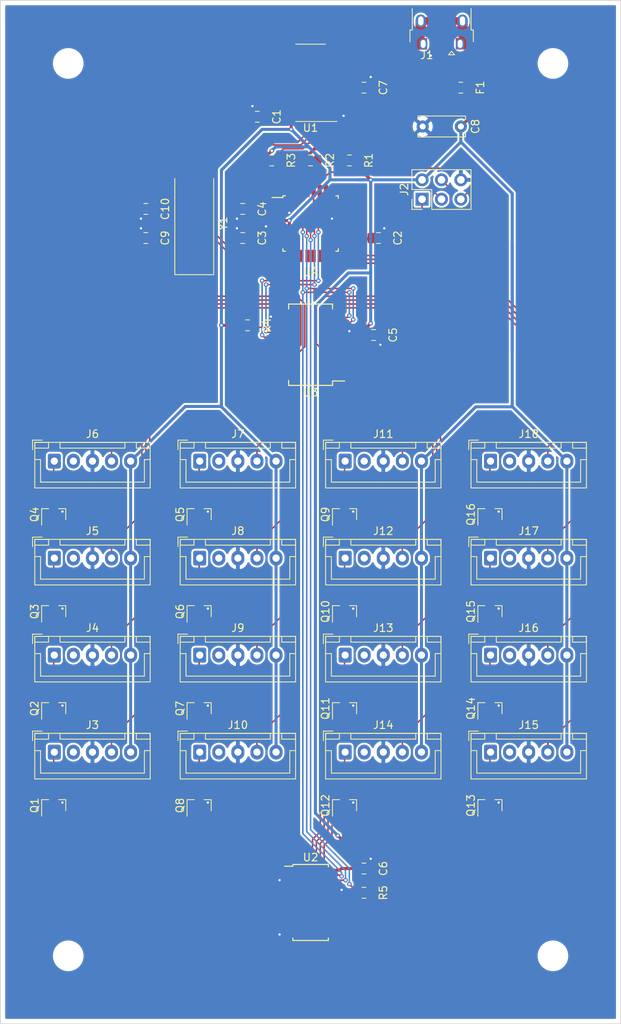
<source format=kicad_pcb>
(kicad_pcb (version 20171130) (host pcbnew "(5.1.5-0-10_14)")
  (layers (0 F.Cu signal) (31 B.Cu signal) (34 B.Paste user) (35 F.Paste user) (36 B.SilkS user) (37 F.SilkS user) (38 B.Mask user) (39 F.Mask user) (44 Edge.Cuts user))
  (net 0 "")
  (net 1 GND)
  (net 2 +5V)
  (net 3 XTAL2)
  (net 4 XTAL1)
  (net 5 "Net-(F1-Pad1)")
  (net 6 ~RST)
  (net 7 MOSI)
  (net 8 SCK)
  (net 9 MISO)
  (net 10 D+)
  (net 11 D-)
  (net 12 SCL)
  (net 13 SDA)
  (net 14 "Net-(J1-Pad6)")
  (net 15 LEDx0)
  (net 16 LEDx4)
  (net 17 LEDx8)
  (net 18 LEDxC)
  (net 19 LEDx1)
  (net 20 LEDx5)
  (net 21 LEDx9)
  (net 22 LEDxD)
  (net 23 LEDx2)
  (net 24 LEDx6)
  (net 25 LEDxA)
  (net 26 LEDxE)
  (net 27 LEDx3)
  (net 28 LEDx7)
  (net 29 LEDxB)
  (net 30 LEDxF)
  (net 31 MCP23017.~RESET)
  (net 32 PCA9685.~OE)
  (net 33 BTNx0)
  (net 34 BTNx4)
  (net 35 BTNx8)
  (net 36 BTNxC)
  (net 37 BTNx1)
  (net 38 BTNx5)
  (net 39 BTNx9)
  (net 40 BTNxD)
  (net 41 BTNx2)
  (net 42 BTNx6)
  (net 43 BTNxA)
  (net 44 BTNxE)
  (net 45 BTNx3)
  (net 46 BTNx7)
  (net 47 BTNxB)
  (net 48 BTNxF)
  (net 49 TXD)
  (net 50 RXD)
  (net 51 INTB)
  (net 52 INTA)
  (net 53 "Net-(C7-Pad2)")
  (net 54 "Net-(J3-Pad1)")
  (net 55 "Net-(J4-Pad1)")
  (net 56 "Net-(J5-Pad1)")
  (net 57 "Net-(J6-Pad1)")
  (net 58 "Net-(J7-Pad1)")
  (net 59 "Net-(J8-Pad1)")
  (net 60 "Net-(J9-Pad1)")
  (net 61 "Net-(J10-Pad1)")
  (net 62 "Net-(J11-Pad1)")
  (net 63 "Net-(J12-Pad1)")
  (net 64 "Net-(J13-Pad1)")
  (net 65 "Net-(J14-Pad1)")
  (net 66 "Net-(J15-Pad1)")
  (net 67 "Net-(J16-Pad1)")
  (net 68 "Net-(J17-Pad1)")
  (net 69 "Net-(J18-Pad1)")
  (module Resistor_SMD:R_0805_2012Metric (layer F.Cu) (at 136.525 165.735)
    (fp_text reference R5 (at 2.54 0 270) (layer F.SilkS))
    (fp_text value 10k)
    (pad 2 smd roundrect (at 0.9375 0) (size 0.975 1.4) (layers F.Cu F.Paste F.Mask) (net 2 +5V))
    (pad 1 smd roundrect (at -0.9375 0) (size 0.975 1.4) (layers F.Cu F.Paste F.Mask) (net 32 PCA9685.~OE))
  )
  (module Capacitor_SMD:C_0805_2012Metric (layer F.Cu) (at 136.525 162.56)
    (fp_text reference C6 (at 2.54 0 90) (layer F.SilkS))
    (fp_text value 100n)
    (pad 2 smd roundrect (at 0.9375 0) (size 0.975 1.4) (layers F.Cu F.Paste F.Mask) (net 1 GND))
    (pad 1 smd roundrect (at -0.9375 0) (size 0.975 1.4) (layers F.Cu F.Paste F.Mask) (net 2 +5V))
  )
  (module Package_SO:TSSOP-28_4.4x9.7mm_P0.65mm (layer F.Cu) (at 129.54 167.005)
    (fp_text reference U2 (at 0 -5.9) (layer F.SilkS))
    (fp_text value PCA9685PW)
    (pad 28 smd rect (at 2.85 -4.225) (size 1.1 0.4) (layers F.Cu F.Paste F.Mask) (net 2 +5V))
    (pad 27 smd rect (at 2.85 -3.575) (size 1.1 0.4) (layers F.Cu F.Paste F.Mask) (net 13 SDA))
    (pad 26 smd rect (at 2.85 -2.925) (size 1.1 0.4) (layers F.Cu F.Paste F.Mask) (net 12 SCL))
    (pad 25 smd rect (at 2.85 -2.275) (size 1.1 0.4) (layers F.Cu F.Paste F.Mask))
    (pad 24 smd rect (at 2.85 -1.625) (size 1.1 0.4) (layers F.Cu F.Paste F.Mask) (net 1 GND))
    (pad 23 smd rect (at 2.85 -0.975) (size 1.1 0.4) (layers F.Cu F.Paste F.Mask) (net 32 PCA9685.~OE))
    (pad 22 smd rect (at 2.85 -0.325) (size 1.1 0.4) (layers F.Cu F.Paste F.Mask) (net 30 LEDxF))
    (pad 21 smd rect (at 2.85 0.325) (size 1.1 0.4) (layers F.Cu F.Paste F.Mask) (net 26 LEDxE))
    (pad 20 smd rect (at 2.85 0.975) (size 1.1 0.4) (layers F.Cu F.Paste F.Mask) (net 22 LEDxD))
    (pad 19 smd rect (at 2.85 1.625) (size 1.1 0.4) (layers F.Cu F.Paste F.Mask) (net 18 LEDxC))
    (pad 18 smd rect (at 2.85 2.275) (size 1.1 0.4) (layers F.Cu F.Paste F.Mask) (net 29 LEDxB))
    (pad 17 smd rect (at 2.85 2.925) (size 1.1 0.4) (layers F.Cu F.Paste F.Mask) (net 25 LEDxA))
    (pad 16 smd rect (at 2.85 3.575) (size 1.1 0.4) (layers F.Cu F.Paste F.Mask) (net 21 LEDx9))
    (pad 15 smd rect (at 2.85 4.225) (size 1.1 0.4) (layers F.Cu F.Paste F.Mask) (net 17 LEDx8))
    (pad 14 smd rect (at -2.85 4.225) (size 1.1 0.4) (layers F.Cu F.Paste F.Mask) (net 1 GND))
    (pad 13 smd rect (at -2.85 3.575) (size 1.1 0.4) (layers F.Cu F.Paste F.Mask) (net 28 LEDx7))
    (pad 12 smd rect (at -2.85 2.925) (size 1.1 0.4) (layers F.Cu F.Paste F.Mask) (net 24 LEDx6))
    (pad 11 smd rect (at -2.85 2.275) (size 1.1 0.4) (layers F.Cu F.Paste F.Mask) (net 20 LEDx5))
    (pad 10 smd rect (at -2.85 1.625) (size 1.1 0.4) (layers F.Cu F.Paste F.Mask) (net 16 LEDx4))
    (pad 9 smd rect (at -2.85 0.975) (size 1.1 0.4) (layers F.Cu F.Paste F.Mask) (net 27 LEDx3))
    (pad 8 smd rect (at -2.85 0.325) (size 1.1 0.4) (layers F.Cu F.Paste F.Mask) (net 23 LEDx2))
    (pad 7 smd rect (at -2.85 -0.325) (size 1.1 0.4) (layers F.Cu F.Paste F.Mask) (net 19 LEDx1))
    (pad 6 smd rect (at -2.85 -0.975) (size 1.1 0.4) (layers F.Cu F.Paste F.Mask) (net 15 LEDx0))
    (pad 5 smd rect (at -2.85 -1.625) (size 1.1 0.4) (layers F.Cu F.Paste F.Mask) (net 1 GND))
    (pad 4 smd rect (at -2.85 -2.275) (size 1.1 0.4) (layers F.Cu F.Paste F.Mask) (net 1 GND))
    (pad 3 smd rect (at -2.85 -2.925) (size 1.1 0.4) (layers F.Cu F.Paste F.Mask) (net 1 GND))
    (pad 2 smd rect (at -2.85 -3.575) (size 1.1 0.4) (layers F.Cu F.Paste F.Mask) (net 1 GND))
    (pad 1 smd rect (at -2.85 -4.225) (size 1.1 0.4) (layers F.Cu F.Paste F.Mask) (net 1 GND))
  )
  (module Package_TO_SOT_SMD:SOT-23 (layer F.Cu) (at 153.035 116.205 90)
    (fp_text reference Q16 (at 0 -2.5 90) (layer F.SilkS))
    (fp_text value AO3402)
    (pad 3 smd rect (at 1 0 90) (size 0.9 0.8) (layers F.Cu F.Paste F.Mask) (net 69 "Net-(J18-Pad1)"))
    (pad 2 smd rect (at -1 0.95 90) (size 0.9 0.8) (layers F.Cu F.Paste F.Mask) (net 1 GND))
    (pad 1 smd rect (at -1 -0.95 90) (size 0.9 0.8) (layers F.Cu F.Paste F.Mask) (net 30 LEDxF))
  )
  (module Package_TO_SOT_SMD:SOT-23 (layer F.Cu) (at 153.035 128.905 90)
    (fp_text reference Q15 (at 0 -2.5 90) (layer F.SilkS))
    (fp_text value AO3402)
    (pad 3 smd rect (at 1 0 90) (size 0.9 0.8) (layers F.Cu F.Paste F.Mask) (net 68 "Net-(J17-Pad1)"))
    (pad 2 smd rect (at -1 0.95 90) (size 0.9 0.8) (layers F.Cu F.Paste F.Mask) (net 1 GND))
    (pad 1 smd rect (at -1 -0.95 90) (size 0.9 0.8) (layers F.Cu F.Paste F.Mask) (net 26 LEDxE))
  )
  (module Package_TO_SOT_SMD:SOT-23 (layer F.Cu) (at 153.035 141.605 90)
    (fp_text reference Q14 (at 0 -2.5 90) (layer F.SilkS))
    (fp_text value AO3402)
    (pad 3 smd rect (at 1 0 90) (size 0.9 0.8) (layers F.Cu F.Paste F.Mask) (net 67 "Net-(J16-Pad1)"))
    (pad 2 smd rect (at -1 0.95 90) (size 0.9 0.8) (layers F.Cu F.Paste F.Mask) (net 1 GND))
    (pad 1 smd rect (at -1 -0.95 90) (size 0.9 0.8) (layers F.Cu F.Paste F.Mask) (net 22 LEDxD))
  )
  (module Package_TO_SOT_SMD:SOT-23 (layer F.Cu) (at 153.035 154.305 90)
    (fp_text reference Q13 (at 0 -2.5 90) (layer F.SilkS))
    (fp_text value AO3402)
    (pad 3 smd rect (at 1 0 90) (size 0.9 0.8) (layers F.Cu F.Paste F.Mask) (net 66 "Net-(J15-Pad1)"))
    (pad 2 smd rect (at -1 0.95 90) (size 0.9 0.8) (layers F.Cu F.Paste F.Mask) (net 1 GND))
    (pad 1 smd rect (at -1 -0.95 90) (size 0.9 0.8) (layers F.Cu F.Paste F.Mask) (net 18 LEDxC))
  )
  (module Package_TO_SOT_SMD:SOT-23 (layer F.Cu) (at 133.985 154.305 90)
    (fp_text reference Q12 (at 0 -2.5 90) (layer F.SilkS))
    (fp_text value AO3402)
    (pad 3 smd rect (at 1 0 90) (size 0.9 0.8) (layers F.Cu F.Paste F.Mask) (net 65 "Net-(J14-Pad1)"))
    (pad 2 smd rect (at -1 0.95 90) (size 0.9 0.8) (layers F.Cu F.Paste F.Mask) (net 1 GND))
    (pad 1 smd rect (at -1 -0.95 90) (size 0.9 0.8) (layers F.Cu F.Paste F.Mask) (net 29 LEDxB))
  )
  (module Package_TO_SOT_SMD:SOT-23 (layer F.Cu) (at 133.985 141.605 90)
    (fp_text reference Q11 (at 0 -2.5 90) (layer F.SilkS))
    (fp_text value AO3402)
    (pad 3 smd rect (at 1 0 90) (size 0.9 0.8) (layers F.Cu F.Paste F.Mask) (net 64 "Net-(J13-Pad1)"))
    (pad 2 smd rect (at -1 0.95 90) (size 0.9 0.8) (layers F.Cu F.Paste F.Mask) (net 1 GND))
    (pad 1 smd rect (at -1 -0.95 90) (size 0.9 0.8) (layers F.Cu F.Paste F.Mask) (net 25 LEDxA))
  )
  (module Package_TO_SOT_SMD:SOT-23 (layer F.Cu) (at 133.985 128.905 90)
    (fp_text reference Q10 (at 0 -2.5 90) (layer F.SilkS))
    (fp_text value AO3402)
    (pad 3 smd rect (at 1 0 90) (size 0.9 0.8) (layers F.Cu F.Paste F.Mask) (net 63 "Net-(J12-Pad1)"))
    (pad 2 smd rect (at -1 0.95 90) (size 0.9 0.8) (layers F.Cu F.Paste F.Mask) (net 1 GND))
    (pad 1 smd rect (at -1 -0.95 90) (size 0.9 0.8) (layers F.Cu F.Paste F.Mask) (net 21 LEDx9))
  )
  (module Package_TO_SOT_SMD:SOT-23 (layer F.Cu) (at 133.985 116.205 90)
    (fp_text reference Q9 (at 0 -2.5 90) (layer F.SilkS))
    (fp_text value AO3402)
    (pad 3 smd rect (at 1 0 90) (size 0.9 0.8) (layers F.Cu F.Paste F.Mask) (net 62 "Net-(J11-Pad1)"))
    (pad 2 smd rect (at -1 0.95 90) (size 0.9 0.8) (layers F.Cu F.Paste F.Mask) (net 1 GND))
    (pad 1 smd rect (at -1 -0.95 90) (size 0.9 0.8) (layers F.Cu F.Paste F.Mask) (net 17 LEDx8))
  )
  (module Package_TO_SOT_SMD:SOT-23 (layer F.Cu) (at 114.935 154.305 90)
    (fp_text reference Q8 (at 0 -2.5 90) (layer F.SilkS))
    (fp_text value AO3402)
    (pad 3 smd rect (at 1 0 90) (size 0.9 0.8) (layers F.Cu F.Paste F.Mask) (net 61 "Net-(J10-Pad1)"))
    (pad 2 smd rect (at -1 0.95 90) (size 0.9 0.8) (layers F.Cu F.Paste F.Mask) (net 1 GND))
    (pad 1 smd rect (at -1 -0.95 90) (size 0.9 0.8) (layers F.Cu F.Paste F.Mask) (net 28 LEDx7))
  )
  (module Package_TO_SOT_SMD:SOT-23 (layer F.Cu) (at 114.935 141.605 90)
    (fp_text reference Q7 (at 0 -2.5 90) (layer F.SilkS))
    (fp_text value AO3402)
    (pad 3 smd rect (at 1 0 90) (size 0.9 0.8) (layers F.Cu F.Paste F.Mask) (net 60 "Net-(J9-Pad1)"))
    (pad 2 smd rect (at -1 0.95 90) (size 0.9 0.8) (layers F.Cu F.Paste F.Mask) (net 1 GND))
    (pad 1 smd rect (at -1 -0.95 90) (size 0.9 0.8) (layers F.Cu F.Paste F.Mask) (net 24 LEDx6))
  )
  (module Package_TO_SOT_SMD:SOT-23 (layer F.Cu) (at 114.935 128.905 90)
    (fp_text reference Q6 (at 0 -2.5 90) (layer F.SilkS))
    (fp_text value AO3402)
    (pad 3 smd rect (at 1 0 90) (size 0.9 0.8) (layers F.Cu F.Paste F.Mask) (net 59 "Net-(J8-Pad1)"))
    (pad 2 smd rect (at -1 0.95 90) (size 0.9 0.8) (layers F.Cu F.Paste F.Mask) (net 1 GND))
    (pad 1 smd rect (at -1 -0.95 90) (size 0.9 0.8) (layers F.Cu F.Paste F.Mask) (net 20 LEDx5))
  )
  (module Package_TO_SOT_SMD:SOT-23 (layer F.Cu) (at 114.935 116.205 90)
    (fp_text reference Q5 (at 0 -2.5 90) (layer F.SilkS))
    (fp_text value AO3402)
    (pad 3 smd rect (at 1 0 90) (size 0.9 0.8) (layers F.Cu F.Paste F.Mask) (net 58 "Net-(J7-Pad1)"))
    (pad 2 smd rect (at -1 0.95 90) (size 0.9 0.8) (layers F.Cu F.Paste F.Mask) (net 1 GND))
    (pad 1 smd rect (at -1 -0.95 90) (size 0.9 0.8) (layers F.Cu F.Paste F.Mask) (net 16 LEDx4))
  )
  (module Package_TO_SOT_SMD:SOT-23 (layer F.Cu) (at 95.885 116.205 90)
    (fp_text reference Q4 (at 0 -2.5 90) (layer F.SilkS))
    (fp_text value AO3402)
    (pad 3 smd rect (at 1 0 90) (size 0.9 0.8) (layers F.Cu F.Paste F.Mask) (net 57 "Net-(J6-Pad1)"))
    (pad 2 smd rect (at -1 0.95 90) (size 0.9 0.8) (layers F.Cu F.Paste F.Mask) (net 1 GND))
    (pad 1 smd rect (at -1 -0.95 90) (size 0.9 0.8) (layers F.Cu F.Paste F.Mask) (net 27 LEDx3))
  )
  (module Package_TO_SOT_SMD:SOT-23 (layer F.Cu) (at 95.885 128.905 90)
    (fp_text reference Q3 (at 0 -2.5 90) (layer F.SilkS))
    (fp_text value AO3402)
    (pad 3 smd rect (at 1 0 90) (size 0.9 0.8) (layers F.Cu F.Paste F.Mask) (net 56 "Net-(J5-Pad1)"))
    (pad 2 smd rect (at -1 0.95 90) (size 0.9 0.8) (layers F.Cu F.Paste F.Mask) (net 1 GND))
    (pad 1 smd rect (at -1 -0.95 90) (size 0.9 0.8) (layers F.Cu F.Paste F.Mask) (net 23 LEDx2))
  )
  (module Package_TO_SOT_SMD:SOT-23 (layer F.Cu) (at 95.885 141.605 90)
    (fp_text reference Q2 (at 0 -2.5 90) (layer F.SilkS))
    (fp_text value AO3402)
    (pad 3 smd rect (at 1 0 90) (size 0.9 0.8) (layers F.Cu F.Paste F.Mask) (net 55 "Net-(J4-Pad1)"))
    (pad 2 smd rect (at -1 0.95 90) (size 0.9 0.8) (layers F.Cu F.Paste F.Mask) (net 1 GND))
    (pad 1 smd rect (at -1 -0.95 90) (size 0.9 0.8) (layers F.Cu F.Paste F.Mask) (net 19 LEDx1))
  )
  (module Connector_JST:JST_XH_B5B-XH-A_1x05_P2.50mm_Vertical (layer F.Cu) (at 153.115 109.22)
    (fp_text reference J18 (at 5 -3.55) (layer F.SilkS))
    (fp_text value Conn_01x05_Male)
    (pad 5 thru_hole oval (at 10 0) (size 1.7 1.95) (drill 0.95) (layers *.Cu *.Mask) (net 2 +5V))
    (pad 4 thru_hole oval (at 7.5 0) (size 1.7 1.95) (drill 0.95) (layers *.Cu *.Mask) (net 48 BTNxF))
    (pad 3 thru_hole oval (at 5 0) (size 1.7 1.95) (drill 0.95) (layers *.Cu *.Mask) (net 1 GND))
    (pad 2 thru_hole oval (at 2.5 0) (size 1.7 1.95) (drill 0.95) (layers *.Cu *.Mask))
    (pad 1 thru_hole roundrect (at 0 0) (size 1.7 1.95) (drill 0.95) (layers *.Cu *.Mask) (roundrect_rratio 0.147059) (net 69 "Net-(J18-Pad1)"))
  )
  (module Connector_JST:JST_XH_B5B-XH-A_1x05_P2.50mm_Vertical (layer F.Cu) (at 153.115 121.92)
    (fp_text reference J17 (at 5 -3.55) (layer F.SilkS))
    (fp_text value Conn_01x05_Male)
    (pad 5 thru_hole oval (at 10 0) (size 1.7 1.95) (drill 0.95) (layers *.Cu *.Mask) (net 2 +5V))
    (pad 4 thru_hole oval (at 7.5 0) (size 1.7 1.95) (drill 0.95) (layers *.Cu *.Mask) (net 44 BTNxE))
    (pad 3 thru_hole oval (at 5 0) (size 1.7 1.95) (drill 0.95) (layers *.Cu *.Mask) (net 1 GND))
    (pad 2 thru_hole oval (at 2.5 0) (size 1.7 1.95) (drill 0.95) (layers *.Cu *.Mask))
    (pad 1 thru_hole roundrect (at 0 0) (size 1.7 1.95) (drill 0.95) (layers *.Cu *.Mask) (roundrect_rratio 0.147059) (net 68 "Net-(J17-Pad1)"))
  )
  (module Connector_JST:JST_XH_B5B-XH-A_1x05_P2.50mm_Vertical (layer F.Cu) (at 153.115 134.62)
    (fp_text reference J16 (at 5 -3.55) (layer F.SilkS))
    (fp_text value Conn_01x05_Male)
    (pad 5 thru_hole oval (at 10 0) (size 1.7 1.95) (drill 0.95) (layers *.Cu *.Mask) (net 2 +5V))
    (pad 4 thru_hole oval (at 7.5 0) (size 1.7 1.95) (drill 0.95) (layers *.Cu *.Mask) (net 40 BTNxD))
    (pad 3 thru_hole oval (at 5 0) (size 1.7 1.95) (drill 0.95) (layers *.Cu *.Mask) (net 1 GND))
    (pad 2 thru_hole oval (at 2.5 0) (size 1.7 1.95) (drill 0.95) (layers *.Cu *.Mask))
    (pad 1 thru_hole roundrect (at 0 0) (size 1.7 1.95) (drill 0.95) (layers *.Cu *.Mask) (roundrect_rratio 0.147059) (net 67 "Net-(J16-Pad1)"))
  )
  (module Connector_JST:JST_XH_B5B-XH-A_1x05_P2.50mm_Vertical (layer F.Cu) (at 153.115 147.32)
    (fp_text reference J15 (at 5 -3.55) (layer F.SilkS))
    (fp_text value Conn_01x05_Male)
    (pad 5 thru_hole oval (at 10 0) (size 1.7 1.95) (drill 0.95) (layers *.Cu *.Mask) (net 2 +5V))
    (pad 4 thru_hole oval (at 7.5 0) (size 1.7 1.95) (drill 0.95) (layers *.Cu *.Mask) (net 36 BTNxC))
    (pad 3 thru_hole oval (at 5 0) (size 1.7 1.95) (drill 0.95) (layers *.Cu *.Mask) (net 1 GND))
    (pad 2 thru_hole oval (at 2.5 0) (size 1.7 1.95) (drill 0.95) (layers *.Cu *.Mask))
    (pad 1 thru_hole roundrect (at 0 0) (size 1.7 1.95) (drill 0.95) (layers *.Cu *.Mask) (roundrect_rratio 0.147059) (net 66 "Net-(J15-Pad1)"))
  )
  (module Connector_JST:JST_XH_B5B-XH-A_1x05_P2.50mm_Vertical (layer F.Cu) (at 134.065 147.32)
    (fp_text reference J14 (at 5 -3.55) (layer F.SilkS))
    (fp_text value Conn_01x05_Male)
    (pad 5 thru_hole oval (at 10 0) (size 1.7 1.95) (drill 0.95) (layers *.Cu *.Mask) (net 2 +5V))
    (pad 4 thru_hole oval (at 7.5 0) (size 1.7 1.95) (drill 0.95) (layers *.Cu *.Mask) (net 47 BTNxB))
    (pad 3 thru_hole oval (at 5 0) (size 1.7 1.95) (drill 0.95) (layers *.Cu *.Mask) (net 1 GND))
    (pad 2 thru_hole oval (at 2.5 0) (size 1.7 1.95) (drill 0.95) (layers *.Cu *.Mask))
    (pad 1 thru_hole roundrect (at 0 0) (size 1.7 1.95) (drill 0.95) (layers *.Cu *.Mask) (roundrect_rratio 0.147059) (net 65 "Net-(J14-Pad1)"))
  )
  (module Connector_JST:JST_XH_B5B-XH-A_1x05_P2.50mm_Vertical (layer F.Cu) (at 134.065 134.62)
    (fp_text reference J13 (at 5 -3.55) (layer F.SilkS))
    (fp_text value Conn_01x05_Male)
    (pad 5 thru_hole oval (at 10 0) (size 1.7 1.95) (drill 0.95) (layers *.Cu *.Mask) (net 2 +5V))
    (pad 4 thru_hole oval (at 7.5 0) (size 1.7 1.95) (drill 0.95) (layers *.Cu *.Mask) (net 43 BTNxA))
    (pad 3 thru_hole oval (at 5 0) (size 1.7 1.95) (drill 0.95) (layers *.Cu *.Mask) (net 1 GND))
    (pad 2 thru_hole oval (at 2.5 0) (size 1.7 1.95) (drill 0.95) (layers *.Cu *.Mask))
    (pad 1 thru_hole roundrect (at 0 0) (size 1.7 1.95) (drill 0.95) (layers *.Cu *.Mask) (roundrect_rratio 0.147059) (net 64 "Net-(J13-Pad1)"))
  )
  (module Connector_JST:JST_XH_B5B-XH-A_1x05_P2.50mm_Vertical (layer F.Cu) (at 134.065 121.92)
    (fp_text reference J12 (at 5 -3.55) (layer F.SilkS))
    (fp_text value Conn_01x05_Male)
    (pad 5 thru_hole oval (at 10 0) (size 1.7 1.95) (drill 0.95) (layers *.Cu *.Mask) (net 2 +5V))
    (pad 4 thru_hole oval (at 7.5 0) (size 1.7 1.95) (drill 0.95) (layers *.Cu *.Mask) (net 39 BTNx9))
    (pad 3 thru_hole oval (at 5 0) (size 1.7 1.95) (drill 0.95) (layers *.Cu *.Mask) (net 1 GND))
    (pad 2 thru_hole oval (at 2.5 0) (size 1.7 1.95) (drill 0.95) (layers *.Cu *.Mask))
    (pad 1 thru_hole roundrect (at 0 0) (size 1.7 1.95) (drill 0.95) (layers *.Cu *.Mask) (roundrect_rratio 0.147059) (net 63 "Net-(J12-Pad1)"))
  )
  (module Connector_JST:JST_XH_B5B-XH-A_1x05_P2.50mm_Vertical (layer F.Cu) (at 134.065 109.22)
    (fp_text reference J11 (at 5 -3.55) (layer F.SilkS))
    (fp_text value Conn_01x05_Male)
    (pad 5 thru_hole oval (at 10 0) (size 1.7 1.95) (drill 0.95) (layers *.Cu *.Mask) (net 2 +5V))
    (pad 4 thru_hole oval (at 7.5 0) (size 1.7 1.95) (drill 0.95) (layers *.Cu *.Mask) (net 35 BTNx8))
    (pad 3 thru_hole oval (at 5 0) (size 1.7 1.95) (drill 0.95) (layers *.Cu *.Mask) (net 1 GND))
    (pad 2 thru_hole oval (at 2.5 0) (size 1.7 1.95) (drill 0.95) (layers *.Cu *.Mask))
    (pad 1 thru_hole roundrect (at 0 0) (size 1.7 1.95) (drill 0.95) (layers *.Cu *.Mask) (roundrect_rratio 0.147059) (net 62 "Net-(J11-Pad1)"))
  )
  (module Connector_JST:JST_XH_B5B-XH-A_1x05_P2.50mm_Vertical (layer F.Cu) (at 115.015 147.32)
    (fp_text reference J10 (at 5 -3.55) (layer F.SilkS))
    (fp_text value Conn_01x05_Male)
    (pad 5 thru_hole oval (at 10 0) (size 1.7 1.95) (drill 0.95) (layers *.Cu *.Mask) (net 2 +5V))
    (pad 4 thru_hole oval (at 7.5 0) (size 1.7 1.95) (drill 0.95) (layers *.Cu *.Mask) (net 46 BTNx7))
    (pad 3 thru_hole oval (at 5 0) (size 1.7 1.95) (drill 0.95) (layers *.Cu *.Mask) (net 1 GND))
    (pad 2 thru_hole oval (at 2.5 0) (size 1.7 1.95) (drill 0.95) (layers *.Cu *.Mask))
    (pad 1 thru_hole roundrect (at 0 0) (size 1.7 1.95) (drill 0.95) (layers *.Cu *.Mask) (roundrect_rratio 0.147059) (net 61 "Net-(J10-Pad1)"))
  )
  (module Connector_JST:JST_XH_B5B-XH-A_1x05_P2.50mm_Vertical (layer F.Cu) (at 115.015 134.62)
    (fp_text reference J9 (at 5 -3.55) (layer F.SilkS))
    (fp_text value Conn_01x05_Male)
    (pad 5 thru_hole oval (at 10 0) (size 1.7 1.95) (drill 0.95) (layers *.Cu *.Mask) (net 2 +5V))
    (pad 4 thru_hole oval (at 7.5 0) (size 1.7 1.95) (drill 0.95) (layers *.Cu *.Mask) (net 42 BTNx6))
    (pad 3 thru_hole oval (at 5 0) (size 1.7 1.95) (drill 0.95) (layers *.Cu *.Mask) (net 1 GND))
    (pad 2 thru_hole oval (at 2.5 0) (size 1.7 1.95) (drill 0.95) (layers *.Cu *.Mask))
    (pad 1 thru_hole roundrect (at 0 0) (size 1.7 1.95) (drill 0.95) (layers *.Cu *.Mask) (roundrect_rratio 0.147059) (net 60 "Net-(J9-Pad1)"))
  )
  (module Connector_JST:JST_XH_B5B-XH-A_1x05_P2.50mm_Vertical (layer F.Cu) (at 115.015 121.92)
    (fp_text reference J8 (at 5 -3.55) (layer F.SilkS))
    (fp_text value Conn_01x05_Male)
    (pad 5 thru_hole oval (at 10 0) (size 1.7 1.95) (drill 0.95) (layers *.Cu *.Mask) (net 2 +5V))
    (pad 4 thru_hole oval (at 7.5 0) (size 1.7 1.95) (drill 0.95) (layers *.Cu *.Mask) (net 38 BTNx5))
    (pad 3 thru_hole oval (at 5 0) (size 1.7 1.95) (drill 0.95) (layers *.Cu *.Mask) (net 1 GND))
    (pad 2 thru_hole oval (at 2.5 0) (size 1.7 1.95) (drill 0.95) (layers *.Cu *.Mask))
    (pad 1 thru_hole roundrect (at 0 0) (size 1.7 1.95) (drill 0.95) (layers *.Cu *.Mask) (roundrect_rratio 0.147059) (net 59 "Net-(J8-Pad1)"))
  )
  (module Connector_JST:JST_XH_B5B-XH-A_1x05_P2.50mm_Vertical (layer F.Cu) (at 115.015 109.22)
    (fp_text reference J7 (at 5 -3.55) (layer F.SilkS))
    (fp_text value Conn_01x05_Male)
    (pad 5 thru_hole oval (at 10 0) (size 1.7 1.95) (drill 0.95) (layers *.Cu *.Mask) (net 2 +5V))
    (pad 4 thru_hole oval (at 7.5 0) (size 1.7 1.95) (drill 0.95) (layers *.Cu *.Mask) (net 34 BTNx4))
    (pad 3 thru_hole oval (at 5 0) (size 1.7 1.95) (drill 0.95) (layers *.Cu *.Mask) (net 1 GND))
    (pad 2 thru_hole oval (at 2.5 0) (size 1.7 1.95) (drill 0.95) (layers *.Cu *.Mask))
    (pad 1 thru_hole roundrect (at 0 0) (size 1.7 1.95) (drill 0.95) (layers *.Cu *.Mask) (roundrect_rratio 0.147059) (net 58 "Net-(J7-Pad1)"))
  )
  (module Connector_JST:JST_XH_B5B-XH-A_1x05_P2.50mm_Vertical (layer F.Cu) (at 95.965 109.22)
    (fp_text reference J6 (at 5 -3.55) (layer F.SilkS))
    (fp_text value Conn_01x05_Male)
    (pad 5 thru_hole oval (at 10 0) (size 1.7 1.95) (drill 0.95) (layers *.Cu *.Mask) (net 2 +5V))
    (pad 4 thru_hole oval (at 7.5 0) (size 1.7 1.95) (drill 0.95) (layers *.Cu *.Mask) (net 45 BTNx3))
    (pad 3 thru_hole oval (at 5 0) (size 1.7 1.95) (drill 0.95) (layers *.Cu *.Mask) (net 1 GND))
    (pad 2 thru_hole oval (at 2.5 0) (size 1.7 1.95) (drill 0.95) (layers *.Cu *.Mask))
    (pad 1 thru_hole roundrect (at 0 0) (size 1.7 1.95) (drill 0.95) (layers *.Cu *.Mask) (roundrect_rratio 0.147059) (net 57 "Net-(J6-Pad1)"))
  )
  (module Connector_JST:JST_XH_B5B-XH-A_1x05_P2.50mm_Vertical (layer F.Cu) (at 95.965 121.92)
    (fp_text reference J5 (at 5 -3.55) (layer F.SilkS))
    (fp_text value Conn_01x05_Male)
    (pad 5 thru_hole oval (at 10 0) (size 1.7 1.95) (drill 0.95) (layers *.Cu *.Mask) (net 2 +5V))
    (pad 4 thru_hole oval (at 7.5 0) (size 1.7 1.95) (drill 0.95) (layers *.Cu *.Mask) (net 41 BTNx2))
    (pad 3 thru_hole oval (at 5 0) (size 1.7 1.95) (drill 0.95) (layers *.Cu *.Mask) (net 1 GND))
    (pad 2 thru_hole oval (at 2.5 0) (size 1.7 1.95) (drill 0.95) (layers *.Cu *.Mask))
    (pad 1 thru_hole roundrect (at 0 0) (size 1.7 1.95) (drill 0.95) (layers *.Cu *.Mask) (roundrect_rratio 0.147059) (net 56 "Net-(J5-Pad1)"))
  )
  (module Connector_JST:JST_XH_B5B-XH-A_1x05_P2.50mm_Vertical (layer F.Cu) (at 95.965 134.62)
    (fp_text reference J4 (at 5 -3.55) (layer F.SilkS))
    (fp_text value Conn_01x05_Male)
    (pad 5 thru_hole oval (at 10 0) (size 1.7 1.95) (drill 0.95) (layers *.Cu *.Mask) (net 2 +5V))
    (pad 4 thru_hole oval (at 7.5 0) (size 1.7 1.95) (drill 0.95) (layers *.Cu *.Mask) (net 37 BTNx1))
    (pad 3 thru_hole oval (at 5 0) (size 1.7 1.95) (drill 0.95) (layers *.Cu *.Mask) (net 1 GND))
    (pad 2 thru_hole oval (at 2.5 0) (size 1.7 1.95) (drill 0.95) (layers *.Cu *.Mask))
    (pad 1 thru_hole roundrect (at 0 0) (size 1.7 1.95) (drill 0.95) (layers *.Cu *.Mask) (roundrect_rratio 0.147059) (net 55 "Net-(J4-Pad1)"))
  )
  (module Connector_JST:JST_XH_B5B-XH-A_1x05_P2.50mm_Vertical (layer F.Cu) (at 95.965 147.32)
    (fp_text reference J3 (at 5 -3.55) (layer F.SilkS))
    (fp_text value Conn_01x05_Male)
    (pad 5 thru_hole oval (at 10 0) (size 1.7 1.95) (drill 0.95) (layers *.Cu *.Mask) (net 2 +5V))
    (pad 4 thru_hole oval (at 7.5 0) (size 1.7 1.95) (drill 0.95) (layers *.Cu *.Mask) (net 33 BTNx0))
    (pad 3 thru_hole oval (at 5 0) (size 1.7 1.95) (drill 0.95) (layers *.Cu *.Mask) (net 1 GND))
    (pad 2 thru_hole oval (at 2.5 0) (size 1.7 1.95) (drill 0.95) (layers *.Cu *.Mask))
    (pad 1 thru_hole roundrect (at 0 0) (size 1.7 1.95) (drill 0.95) (layers *.Cu *.Mask) (roundrect_rratio 0.147059) (net 54 "Net-(J3-Pad1)"))
  )
  (module Capacitor_SMD:C_0805_2012Metric (layer F.Cu) (at 107.95 80.01 180)
    (fp_text reference C9 (at -2.54 0 90) (layer F.SilkS))
    (fp_text value 22p)
    (pad 2 smd roundrect (at 0.9375 0 180) (size 0.975 1.4) (layers F.Cu F.Paste F.Mask) (net 1 GND))
    (pad 1 smd roundrect (at -0.9375 0 180) (size 0.975 1.4) (layers F.Cu F.Paste F.Mask) (net 3 XTAL2))
  )
  (module Capacitor_SMD:C_0805_2012Metric (layer F.Cu) (at 107.95 76.2 180)
    (fp_text reference C10 (at -2.54 0 90) (layer F.SilkS))
    (fp_text value 22p)
    (pad 2 smd roundrect (at 0.9375 0 180) (size 0.975 1.4) (layers F.Cu F.Paste F.Mask) (net 1 GND))
    (pad 1 smd roundrect (at -0.9375 0 180) (size 0.975 1.4) (layers F.Cu F.Paste F.Mask) (net 4 XTAL1))
  )
  (module Crystal:Crystal_SMD_HC49-SD (layer F.Cu) (at 114.3 78.105 90)
    (fp_text reference Y1 (at 0 3.81 90) (layer F.SilkS))
    (fp_text value "14.7456 Mhz")
    (pad 2 smd rect (at 4.25 0 90) (size 4.5 2) (layers F.Cu F.Paste F.Mask) (net 4 XTAL1))
    (pad 1 smd rect (at -4.25 0 90) (size 4.5 2) (layers F.Cu F.Paste F.Mask) (net 3 XTAL2))
  )
  (module Package_QFP:TQFP-32_7x7mm_P0.8mm (layer F.Cu) (at 129.54 78.105)
    (fp_text reference U4 (at 0 6.35) (layer F.SilkS))
    (fp_text value ATmega328-AU)
    (pad 32 smd rect (at -2.8 -4.25 90) (size 1.6 0.55) (layers F.Cu F.Paste F.Mask))
    (pad 31 smd rect (at -2 -4.25 90) (size 1.6 0.55) (layers F.Cu F.Paste F.Mask) (net 49 TXD))
    (pad 30 smd rect (at -1.2 -4.25 90) (size 1.6 0.55) (layers F.Cu F.Paste F.Mask) (net 50 RXD))
    (pad 29 smd rect (at -0.4 -4.25 90) (size 1.6 0.55) (layers F.Cu F.Paste F.Mask) (net 6 ~RST))
    (pad 28 smd rect (at 0.4 -4.25 90) (size 1.6 0.55) (layers F.Cu F.Paste F.Mask) (net 13 SDA))
    (pad 27 smd rect (at 1.2 -4.25 90) (size 1.6 0.55) (layers F.Cu F.Paste F.Mask) (net 12 SCL))
    (pad 26 smd rect (at 2 -4.25 90) (size 1.6 0.55) (layers F.Cu F.Paste F.Mask))
    (pad 25 smd rect (at 2.8 -4.25 90) (size 1.6 0.55) (layers F.Cu F.Paste F.Mask) (net 32 PCA9685.~OE))
    (pad 24 smd rect (at 4.25 -2.8) (size 1.6 0.55) (layers F.Cu F.Paste F.Mask) (net 51 INTB))
    (pad 23 smd rect (at 4.25 -2) (size 1.6 0.55) (layers F.Cu F.Paste F.Mask) (net 52 INTA))
    (pad 22 smd rect (at 4.25 -1.2) (size 1.6 0.55) (layers F.Cu F.Paste F.Mask))
    (pad 21 smd rect (at 4.25 -0.4) (size 1.6 0.55) (layers F.Cu F.Paste F.Mask) (net 1 GND))
    (pad 20 smd rect (at 4.25 0.4) (size 1.6 0.55) (layers F.Cu F.Paste F.Mask))
    (pad 19 smd rect (at 4.25 1.2) (size 1.6 0.55) (layers F.Cu F.Paste F.Mask))
    (pad 18 smd rect (at 4.25 2) (size 1.6 0.55) (layers F.Cu F.Paste F.Mask) (net 2 +5V))
    (pad 17 smd rect (at 4.25 2.8) (size 1.6 0.55) (layers F.Cu F.Paste F.Mask) (net 8 SCK))
    (pad 16 smd rect (at 2.8 4.25 90) (size 1.6 0.55) (layers F.Cu F.Paste F.Mask) (net 9 MISO))
    (pad 15 smd rect (at 2 4.25 90) (size 1.6 0.55) (layers F.Cu F.Paste F.Mask) (net 7 MOSI))
    (pad 14 smd rect (at 1.2 4.25 90) (size 1.6 0.55) (layers F.Cu F.Paste F.Mask))
    (pad 13 smd rect (at 0.4 4.25 90) (size 1.6 0.55) (layers F.Cu F.Paste F.Mask))
    (pad 12 smd rect (at -0.4 4.25 90) (size 1.6 0.55) (layers F.Cu F.Paste F.Mask))
    (pad 11 smd rect (at -1.2 4.25 90) (size 1.6 0.55) (layers F.Cu F.Paste F.Mask))
    (pad 10 smd rect (at -2 4.25 90) (size 1.6 0.55) (layers F.Cu F.Paste F.Mask))
    (pad 9 smd rect (at -2.8 4.25 90) (size 1.6 0.55) (layers F.Cu F.Paste F.Mask))
    (pad 8 smd rect (at -4.25 2.8) (size 1.6 0.55) (layers F.Cu F.Paste F.Mask) (net 3 XTAL2))
    (pad 7 smd rect (at -4.25 2) (size 1.6 0.55) (layers F.Cu F.Paste F.Mask) (net 4 XTAL1))
    (pad 6 smd rect (at -4.25 1.2) (size 1.6 0.55) (layers F.Cu F.Paste F.Mask) (net 2 +5V))
    (pad 5 smd rect (at -4.25 0.4) (size 1.6 0.55) (layers F.Cu F.Paste F.Mask) (net 1 GND))
    (pad 4 smd rect (at -4.25 -0.4) (size 1.6 0.55) (layers F.Cu F.Paste F.Mask) (net 2 +5V))
    (pad 3 smd rect (at -4.25 -1.2) (size 1.6 0.55) (layers F.Cu F.Paste F.Mask) (net 1 GND))
    (pad 2 smd rect (at -4.25 -2) (size 1.6 0.55) (layers F.Cu F.Paste F.Mask))
    (pad 1 smd rect (at -4.25 -2.8) (size 1.6 0.55) (layers F.Cu F.Paste F.Mask))
  )
  (module Package_SO:SSOP-28_5.3x10.2mm_P0.65mm (layer F.Cu) (at 129.54 93.98 180)
    (fp_text reference U3 (at 0 -6.25) (layer F.SilkS))
    (fp_text value MCP23017_SS)
    (pad 28 smd rect (at 3.6 -4.225 180) (size 1.75 0.45) (layers F.Cu F.Paste F.Mask) (net 46 BTNx7))
    (pad 27 smd rect (at 3.6 -3.575 180) (size 1.75 0.45) (layers F.Cu F.Paste F.Mask) (net 42 BTNx6))
    (pad 26 smd rect (at 3.6 -2.925 180) (size 1.75 0.45) (layers F.Cu F.Paste F.Mask) (net 38 BTNx5))
    (pad 25 smd rect (at 3.6 -2.275 180) (size 1.75 0.45) (layers F.Cu F.Paste F.Mask) (net 34 BTNx4))
    (pad 24 smd rect (at 3.6 -1.625 180) (size 1.75 0.45) (layers F.Cu F.Paste F.Mask) (net 45 BTNx3))
    (pad 23 smd rect (at 3.6 -0.975 180) (size 1.75 0.45) (layers F.Cu F.Paste F.Mask) (net 41 BTNx2))
    (pad 22 smd rect (at 3.6 -0.325 180) (size 1.75 0.45) (layers F.Cu F.Paste F.Mask) (net 37 BTNx1))
    (pad 21 smd rect (at 3.6 0.325 180) (size 1.75 0.45) (layers F.Cu F.Paste F.Mask) (net 33 BTNx0))
    (pad 20 smd rect (at 3.6 0.975 180) (size 1.75 0.45) (layers F.Cu F.Paste F.Mask) (net 52 INTA))
    (pad 19 smd rect (at 3.6 1.625 180) (size 1.75 0.45) (layers F.Cu F.Paste F.Mask) (net 51 INTB))
    (pad 18 smd rect (at 3.6 2.275 180) (size 1.75 0.45) (layers F.Cu F.Paste F.Mask) (net 31 MCP23017.~RESET))
    (pad 17 smd rect (at 3.6 2.925 180) (size 1.75 0.45) (layers F.Cu F.Paste F.Mask) (net 1 GND))
    (pad 16 smd rect (at 3.6 3.575 180) (size 1.75 0.45) (layers F.Cu F.Paste F.Mask) (net 1 GND))
    (pad 15 smd rect (at 3.6 4.225 180) (size 1.75 0.45) (layers F.Cu F.Paste F.Mask) (net 1 GND))
    (pad 14 smd rect (at -3.6 4.225 180) (size 1.75 0.45) (layers F.Cu F.Paste F.Mask))
    (pad 13 smd rect (at -3.6 3.575 180) (size 1.75 0.45) (layers F.Cu F.Paste F.Mask) (net 13 SDA))
    (pad 12 smd rect (at -3.6 2.925 180) (size 1.75 0.45) (layers F.Cu F.Paste F.Mask) (net 12 SCL))
    (pad 11 smd rect (at -3.6 2.275 180) (size 1.75 0.45) (layers F.Cu F.Paste F.Mask))
    (pad 10 smd rect (at -3.6 1.625 180) (size 1.75 0.45) (layers F.Cu F.Paste F.Mask) (net 1 GND))
    (pad 9 smd rect (at -3.6 0.975 180) (size 1.75 0.45) (layers F.Cu F.Paste F.Mask) (net 2 +5V))
    (pad 8 smd rect (at -3.6 0.325 180) (size 1.75 0.45) (layers F.Cu F.Paste F.Mask) (net 48 BTNxF))
    (pad 7 smd rect (at -3.6 -0.325 180) (size 1.75 0.45) (layers F.Cu F.Paste F.Mask) (net 44 BTNxE))
    (pad 6 smd rect (at -3.6 -0.975 180) (size 1.75 0.45) (layers F.Cu F.Paste F.Mask) (net 40 BTNxD))
    (pad 5 smd rect (at -3.6 -1.625 180) (size 1.75 0.45) (layers F.Cu F.Paste F.Mask) (net 36 BTNxC))
    (pad 4 smd rect (at -3.6 -2.275 180) (size 1.75 0.45) (layers F.Cu F.Paste F.Mask) (net 47 BTNxB))
    (pad 3 smd rect (at -3.6 -2.925 180) (size 1.75 0.45) (layers F.Cu F.Paste F.Mask) (net 43 BTNxA))
    (pad 2 smd rect (at -3.6 -3.575 180) (size 1.75 0.45) (layers F.Cu F.Paste F.Mask) (net 39 BTNx9))
    (pad 1 smd rect (at -3.6 -4.225 180) (size 1.75 0.45) (layers F.Cu F.Paste F.Mask) (net 35 BTNx8))
  )
  (module Package_SO:SOIC-16_3.9x9.9mm_P1.27mm (layer F.Cu) (at 129.54 59.69 180)
    (fp_text reference U1 (at 0 -5.9) (layer F.SilkS))
    (fp_text value CH340C)
    (pad 16 smd roundrect (at 2.475 -4.445 180) (size 1.95 0.6) (layers F.Cu F.Paste F.Mask) (net 2 +5V))
    (pad 15 smd roundrect (at 2.475 -3.175 180) (size 1.95 0.6) (layers F.Cu F.Paste F.Mask))
    (pad 14 smd roundrect (at 2.475 -1.905 180) (size 1.95 0.6) (layers F.Cu F.Paste F.Mask))
    (pad 13 smd roundrect (at 2.475 -0.635 180) (size 1.95 0.6) (layers F.Cu F.Paste F.Mask))
    (pad 12 smd roundrect (at 2.475 0.635 180) (size 1.95 0.6) (layers F.Cu F.Paste F.Mask))
    (pad 11 smd roundrect (at 2.475 1.905 180) (size 1.95 0.6) (layers F.Cu F.Paste F.Mask))
    (pad 10 smd roundrect (at 2.475 3.175 180) (size 1.95 0.6) (layers F.Cu F.Paste F.Mask))
    (pad 9 smd roundrect (at 2.475 4.445 180) (size 1.95 0.6) (layers F.Cu F.Paste F.Mask))
    (pad 8 smd roundrect (at -2.475 4.445 180) (size 1.95 0.6) (layers F.Cu F.Paste F.Mask))
    (pad 7 smd roundrect (at -2.475 3.175 180) (size 1.95 0.6) (layers F.Cu F.Paste F.Mask))
    (pad 6 smd roundrect (at -2.475 1.905 180) (size 1.95 0.6) (layers F.Cu F.Paste F.Mask) (net 11 D-))
    (pad 5 smd roundrect (at -2.475 0.635 180) (size 1.95 0.6) (layers F.Cu F.Paste F.Mask) (net 10 D+))
    (pad 4 smd roundrect (at -2.475 -0.635 180) (size 1.95 0.6) (layers F.Cu F.Paste F.Mask) (net 53 "Net-(C7-Pad2)"))
    (pad 3 smd roundrect (at -2.475 -1.905 180) (size 1.95 0.6) (layers F.Cu F.Paste F.Mask) (net 49 TXD))
    (pad 2 smd roundrect (at -2.475 -3.175 180) (size 1.95 0.6) (layers F.Cu F.Paste F.Mask) (net 50 RXD))
    (pad 1 smd roundrect (at -2.475 -4.445 180) (size 1.95 0.6) (layers F.Cu F.Paste F.Mask) (net 1 GND))
  )
  (module Resistor_SMD:R_0805_2012Metric (layer F.Cu) (at 121.285 91.44)
    (fp_text reference R4 (at 2.54 0 270) (layer F.SilkS))
    (fp_text value 10k)
    (pad 2 smd roundrect (at 0.9375 0) (size 0.975 1.4) (layers F.Cu F.Paste F.Mask) (net 31 MCP23017.~RESET))
    (pad 1 smd roundrect (at -0.9375 0) (size 0.975 1.4) (layers F.Cu F.Paste F.Mask) (net 2 +5V))
  )
  (module Resistor_SMD:R_0805_2012Metric (layer F.Cu) (at 124.46 69.85 180)
    (fp_text reference R3 (at -2.54 0 270) (layer F.SilkS))
    (fp_text value 10k)
    (pad 2 smd roundrect (at 0.9375 0 180) (size 0.975 1.4) (layers F.Cu F.Paste F.Mask) (net 2 +5V))
    (pad 1 smd roundrect (at -0.9375 0 180) (size 0.975 1.4) (layers F.Cu F.Paste F.Mask) (net 6 ~RST))
  )
  (module Resistor_SMD:R_0805_2012Metric (layer F.Cu) (at 129.54 69.85 180)
    (fp_text reference R2 (at -2.54 0 270) (layer F.SilkS))
    (fp_text value 1k5)
    (pad 2 smd roundrect (at 0.9375 0 180) (size 0.975 1.4) (layers F.Cu F.Paste F.Mask) (net 2 +5V))
    (pad 1 smd roundrect (at -0.9375 0 180) (size 0.975 1.4) (layers F.Cu F.Paste F.Mask) (net 13 SDA))
  )
  (module Resistor_SMD:R_0805_2012Metric (layer F.Cu) (at 134.62 69.85)
    (fp_text reference R1 (at 2.54 0 270) (layer F.SilkS))
    (fp_text value 1k5)
    (pad 2 smd roundrect (at 0.9375 0) (size 0.975 1.4) (layers F.Cu F.Paste F.Mask) (net 2 +5V))
    (pad 1 smd roundrect (at -0.9375 0) (size 0.975 1.4) (layers F.Cu F.Paste F.Mask) (net 12 SCL))
  )
  (module Package_TO_SOT_SMD:SOT-23 (layer F.Cu) (at 95.885 154.305 90)
    (fp_text reference Q1 (at 0 -2.5 90) (layer F.SilkS))
    (fp_text value AO3402)
    (pad 3 smd rect (at 1 0 90) (size 0.9 0.8) (layers F.Cu F.Paste F.Mask) (net 54 "Net-(J3-Pad1)"))
    (pad 2 smd rect (at -1 0.95 90) (size 0.9 0.8) (layers F.Cu F.Paste F.Mask) (net 1 GND))
    (pad 1 smd rect (at -1 -0.95 90) (size 0.9 0.8) (layers F.Cu F.Paste F.Mask) (net 15 LEDx0))
  )
  (module Connector_PinHeader_2.54mm:PinHeader_2x03_P2.54mm_Vertical (layer F.Cu) (at 144.145 74.93 90)
    (fp_text reference J2 (at 1.27 -2.33 90) (layer F.SilkS))
    (fp_text value AVR-ISP-6)
    (pad 6 thru_hole oval (at 2.54 5.08 90) (size 1.7 1.7) (drill 1) (layers *.Cu *.Mask) (net 1 GND))
    (pad 5 thru_hole oval (at 0 5.08 90) (size 1.7 1.7) (drill 1) (layers *.Cu *.Mask) (net 6 ~RST))
    (pad 4 thru_hole oval (at 2.54 2.54 90) (size 1.7 1.7) (drill 1) (layers *.Cu *.Mask) (net 7 MOSI))
    (pad 3 thru_hole oval (at 0 2.54 90) (size 1.7 1.7) (drill 1) (layers *.Cu *.Mask) (net 8 SCK))
    (pad 2 thru_hole oval (at 2.54 0 90) (size 1.7 1.7) (drill 1) (layers *.Cu *.Mask) (net 2 +5V))
    (pad 1 thru_hole rect (at 0 0 90) (size 1.7 1.7) (drill 1) (layers *.Cu *.Mask) (net 9 MISO))
  )
  (module Connector_USB:USB_Micro-B_Amphenol_10103594-0001LF_Horizontal (layer F.Cu) (at 146.685 52.705 180)
    (fp_text reference J1 (at 1.925 -3.365) (layer F.SilkS))
    (fp_text value USB_B_Micro)
    (pad 6 smd rect (at 0.935 1.385 270) (size 2.5 1.43) (layers F.Cu F.Paste F.Mask) (net 14 "Net-(J1-Pad6)"))
    (pad 6 smd rect (at -0.985 1.385 270) (size 2.5 1.43) (layers F.Cu F.Paste F.Mask) (net 14 "Net-(J1-Pad6)"))
    (pad 6 thru_hole oval (at 2.705 1.115 270) (size 1.7 1.35) (drill oval 1.2 0.7) (layers *.Cu *.Mask) (net 14 "Net-(J1-Pad6)"))
    (pad 6 thru_hole oval (at -2.755 1.115 270) (size 1.7 1.35) (drill oval 1.2 0.7) (layers *.Cu *.Mask) (net 14 "Net-(J1-Pad6)"))
    (pad 6 thru_hole oval (at 2.395 -1.885 270) (size 1.5 1.1) (drill oval 1.05 0.65) (layers *.Cu *.Mask) (net 14 "Net-(J1-Pad6)"))
    (pad 6 thru_hole oval (at -2.445 -1.885 270) (size 1.5 1.1) (drill oval 1.05 0.65) (layers *.Cu *.Mask) (net 14 "Net-(J1-Pad6)"))
    (pad 5 smd rect (at 1.275 -1.765 270) (size 1.65 0.4) (layers F.Cu F.Paste F.Mask) (net 1 GND))
    (pad 4 smd rect (at 0.625 -1.765 270) (size 1.65 0.4) (layers F.Cu F.Paste F.Mask))
    (pad 3 smd rect (at -0.025 -1.765 270) (size 1.65 0.4) (layers F.Cu F.Paste F.Mask) (net 10 D+))
    (pad 2 smd rect (at -0.675 -1.765 270) (size 1.65 0.4) (layers F.Cu F.Paste F.Mask) (net 11 D-))
    (pad 1 smd rect (at -1.325 -1.765 270) (size 1.65 0.4) (layers F.Cu F.Paste F.Mask) (net 5 "Net-(F1-Pad1)"))
    (pad 6 smd rect (at 2.875 -1.885 180) (size 2 1.5) (layers F.Cu F.Paste F.Mask) (net 14 "Net-(J1-Pad6)"))
    (pad 6 smd rect (at -2.875 -1.865 180) (size 2 1.5) (layers F.Cu F.Paste F.Mask) (net 14 "Net-(J1-Pad6)"))
    (pad 6 smd rect (at 2.975 -0.565 180) (size 1.825 0.7) (layers F.Cu F.Paste F.Mask) (net 14 "Net-(J1-Pad6)"))
    (pad 6 smd rect (at -2.975 -0.565 180) (size 1.825 0.7) (layers F.Cu F.Paste F.Mask) (net 14 "Net-(J1-Pad6)"))
    (pad 6 smd rect (at -2.755 0.185 180) (size 1.35 2) (layers F.Cu F.Paste F.Mask) (net 14 "Net-(J1-Pad6)"))
    (pad 6 smd rect (at 2.725 0.185 180) (size 1.35 2) (layers F.Cu F.Paste F.Mask) (net 14 "Net-(J1-Pad6)"))
  )
  (module Fuse:Fuse_0805_2012Metric (layer F.Cu) (at 149.225 60.325)
    (fp_text reference F1 (at 2.54 0 90) (layer F.SilkS))
    (fp_text value 750mA)
    (pad 2 smd roundrect (at 0.9375 0) (size 0.975 1.4) (layers F.Cu F.Paste F.Mask) (net 2 +5V))
    (pad 1 smd roundrect (at -0.9375 0) (size 0.975 1.4) (layers F.Cu F.Paste F.Mask) (net 5 "Net-(F1-Pad1)"))
  )
  (module Capacitor_THT:C_Disc_D6.0mm_W2.5mm_P5.00mm (layer F.Cu) (at 149.225 65.405 180)
    (fp_text reference C8 (at -1.905 0 90) (layer F.SilkS))
    (fp_text value 10u)
    (pad 2 thru_hole circle (at 5 0 180) (size 1.6 1.6) (drill 0.8) (layers *.Cu *.Mask) (net 1 GND))
    (pad 1 thru_hole circle (at 0 0 180) (size 1.6 1.6) (drill 0.8) (layers *.Cu *.Mask) (net 2 +5V))
  )
  (module Capacitor_SMD:C_0805_2012Metric (layer F.Cu) (at 136.525 60.325 180)
    (fp_text reference C7 (at -2.54 0 90) (layer F.SilkS))
    (fp_text value 100n)
    (pad 2 smd roundrect (at 0.9375 0 180) (size 0.975 1.4) (layers F.Cu F.Paste F.Mask) (net 53 "Net-(C7-Pad2)"))
    (pad 1 smd roundrect (at -0.9375 0 180) (size 0.975 1.4) (layers F.Cu F.Paste F.Mask) (net 1 GND))
  )
  (module Capacitor_SMD:C_0805_2012Metric (layer F.Cu) (at 137.795 92.71)
    (fp_text reference C5 (at 2.54 0 90) (layer F.SilkS))
    (fp_text value 100n)
    (pad 2 smd roundrect (at 0.9375 0) (size 0.975 1.4) (layers F.Cu F.Paste F.Mask) (net 1 GND))
    (pad 1 smd roundrect (at -0.9375 0) (size 0.975 1.4) (layers F.Cu F.Paste F.Mask) (net 2 +5V))
  )
  (module Capacitor_SMD:C_0805_2012Metric (layer F.Cu) (at 120.65 76.2 180)
    (fp_text reference C4 (at -2.54 0 90) (layer F.SilkS))
    (fp_text value 100n)
    (pad 2 smd roundrect (at 0.9375 0 180) (size 0.975 1.4) (layers F.Cu F.Paste F.Mask) (net 1 GND))
    (pad 1 smd roundrect (at -0.9375 0 180) (size 0.975 1.4) (layers F.Cu F.Paste F.Mask) (net 2 +5V))
  )
  (module Capacitor_SMD:C_0805_2012Metric (layer F.Cu) (at 120.65 80.01 180)
    (fp_text reference C3 (at -2.54 0 270) (layer F.SilkS))
    (fp_text value 100n)
    (pad 2 smd roundrect (at 0.9375 0 180) (size 0.975 1.4) (layers F.Cu F.Paste F.Mask) (net 1 GND))
    (pad 1 smd roundrect (at -0.9375 0 180) (size 0.975 1.4) (layers F.Cu F.Paste F.Mask) (net 2 +5V))
  )
  (module Capacitor_SMD:C_0805_2012Metric (layer F.Cu) (at 138.43 80.01)
    (fp_text reference C2 (at 2.54 0 270) (layer F.SilkS))
    (fp_text value 100n)
    (pad 2 smd roundrect (at 0.9375 0) (size 0.975 1.4) (layers F.Cu F.Paste F.Mask) (net 1 GND))
    (pad 1 smd roundrect (at -0.9375 0) (size 0.975 1.4) (layers F.Cu F.Paste F.Mask) (net 2 +5V))
  )
  (module Capacitor_SMD:C_0805_2012Metric (layer F.Cu) (at 122.555 64.135 180)
    (fp_text reference C1 (at -2.54 0 90) (layer F.SilkS))
    (fp_text value 100n)
    (pad 2 smd roundrect (at 0.9375 0 180) (size 0.975 1.4) (layers F.Cu F.Paste F.Mask) (net 1 GND))
    (pad 1 smd roundrect (at -0.9375 0 180) (size 0.975 1.4) (layers F.Cu F.Paste F.Mask) (net 2 +5V))
  )
  (module MountingHole:MountingHole_3.5mm (layer F.Cu) (at 161.29 173.99)
    (fp_text reference H4 hide)
    (fp_text value MountingHole)
    (pad 1 np_thru_hole circle (at 0 0) (size 3.5 3.5) (drill 3.5) (layers *.Cu *.Mask))
  )
  (module MountingHole:MountingHole_3.5mm (layer F.Cu) (at 97.79 173.99)
    (fp_text reference H3 hide)
    (fp_text value MountingHole)
    (pad 1 np_thru_hole circle (at 0 0) (size 3.5 3.5) (drill 3.5) (layers *.Cu *.Mask))
  )
  (module MountingHole:MountingHole_3.5mm (layer F.Cu) (at 161.29 57.15)
    (fp_text reference H2 hide)
    (fp_text value MountingHole)
    (pad 1 np_thru_hole circle (at 0 0) (size 3.5 3.5) (drill 3.5) (layers *.Cu *.Mask))
  )
  (module MountingHole:MountingHole_3.5mm (layer F.Cu) (at 97.79 57.15)
    (fp_text reference H1 hide)
    (fp_text value MountingHole)
    (pad 1 np_thru_hole circle (at 0 0) (size 3.5 3.5) (drill 3.5) (layers *.Cu *.Mask))
  )
  (gr_line (start 88.9 182.88) (end 170.18 182.88) (layer Edge.Cuts) (width 0.1))
  (gr_line (start 88.9 182.88) (end 88.9 48.895) (layer Edge.Cuts) (width 0.1))
  (gr_line (start 170.18 48.895) (end 170.18 182.88) (layer Edge.Cuts) (width 0.1))
  (gr_line (start 88.9 48.895) (end 170.18 48.895) (layer Edge.Cuts) (width 0.1))
  (via (at 154.178 153.924) (size 0.6) (drill 0.3) (layers F.Cu B.Cu) (net 1))
  (segment (start 153.985 154.117) (end 154.178 153.924) (width 0.4) (layer F.Cu) (net 1))
  (segment (start 153.985 155.305) (end 153.985 154.117) (width 0.4) (layer F.Cu) (net 1))
  (via (at 135.128 115.824) (size 0.6) (drill 0.3) (layers F.Cu B.Cu) (net 1))
  (segment (start 134.935 116.017) (end 135.128 115.824) (width 0.4) (layer F.Cu) (net 1))
  (segment (start 134.935 117.205) (end 134.935 116.017) (width 0.4) (layer F.Cu) (net 1))
  (segment (start 115.885 116.017) (end 116.078 115.824) (width 0.4) (layer F.Cu) (net 1))
  (via (at 116.078 115.824) (size 0.6) (drill 0.3) (layers F.Cu B.Cu) (net 1))
  (segment (start 115.885 117.205) (end 115.885 116.017) (width 0.4) (layer F.Cu) (net 1))
  (via (at 97.028 141.224) (size 0.6) (drill 0.3) (layers F.Cu B.Cu) (net 1))
  (segment (start 96.835 141.417) (end 97.028 141.224) (width 0.4) (layer F.Cu) (net 1))
  (segment (start 96.835 142.605) (end 96.835 141.417) (width 0.4) (layer F.Cu) (net 1))
  (via (at 97.028 128.524) (size 0.6) (drill 0.3) (layers F.Cu B.Cu) (net 1))
  (segment (start 96.835 128.717) (end 97.028 128.524) (width 0.4) (layer F.Cu) (net 1))
  (segment (start 96.835 129.905) (end 96.835 128.717) (width 0.4) (layer F.Cu) (net 1))
  (via (at 97.028 115.824) (size 0.6) (drill 0.3) (layers F.Cu B.Cu) (net 1))
  (segment (start 96.835 116.017) (end 97.028 115.824) (width 0.4) (layer F.Cu) (net 1))
  (segment (start 96.835 117.205) (end 96.835 116.017) (width 0.4) (layer F.Cu) (net 1))
  (via (at 116.078 141.224) (size 0.6) (drill 0.3) (layers F.Cu B.Cu) (net 1))
  (segment (start 115.885 141.417) (end 116.078 141.224) (width 0.4) (layer F.Cu) (net 1))
  (segment (start 115.885 142.605) (end 115.885 141.417) (width 0.4) (layer F.Cu) (net 1))
  (via (at 135.128 141.224) (size 0.6) (drill 0.3) (layers F.Cu B.Cu) (net 1))
  (segment (start 134.935 141.417) (end 135.128 141.224) (width 0.4) (layer F.Cu) (net 1))
  (segment (start 134.935 142.605) (end 134.935 141.417) (width 0.4) (layer F.Cu) (net 1))
  (segment (start 134.935 128.717) (end 135.128 128.524) (width 0.4) (layer F.Cu) (net 1))
  (via (at 135.128 128.524) (size 0.6) (drill 0.3) (layers F.Cu B.Cu) (net 1))
  (segment (start 134.935 129.905) (end 134.935 128.717) (width 0.4) (layer F.Cu) (net 1))
  (via (at 154.178 141.224) (size 0.6) (drill 0.3) (layers F.Cu B.Cu) (net 1))
  (segment (start 153.985 141.417) (end 154.178 141.224) (width 0.4) (layer F.Cu) (net 1))
  (segment (start 153.985 142.605) (end 153.985 141.417) (width 0.4) (layer F.Cu) (net 1))
  (via (at 154.178 128.524) (size 0.6) (drill 0.3) (layers F.Cu B.Cu) (net 1))
  (segment (start 153.985 128.717) (end 154.178 128.524) (width 0.4) (layer F.Cu) (net 1))
  (segment (start 153.985 129.905) (end 153.985 128.717) (width 0.4) (layer F.Cu) (net 1))
  (via (at 154.178 115.824) (size 0.6) (drill 0.3) (layers F.Cu B.Cu) (net 1))
  (segment (start 153.985 116.017) (end 154.178 115.824) (width 0.4) (layer F.Cu) (net 1))
  (segment (start 153.985 117.205) (end 153.985 116.017) (width 0.4) (layer F.Cu) (net 1))
  (via (at 135.128 153.924) (size 0.6) (drill 0.3) (layers F.Cu B.Cu) (net 1))
  (segment (start 134.935 154.117) (end 135.128 153.924) (width 0.4) (layer F.Cu) (net 1))
  (segment (start 134.935 155.305) (end 134.935 154.117) (width 0.4) (layer F.Cu) (net 1))
  (via (at 138.684 93.98) (size 0.6) (drill 0.3) (layers F.Cu B.Cu) (net 1))
  (segment (start 138.7325 92.71) (end 138.7325 93.9315) (width 0.4) (layer F.Cu) (net 1))
  (segment (start 138.7325 93.9315) (end 138.684 93.98) (width 0.4) (layer F.Cu) (net 1))
  (via (at 97.028 153.924) (size 0.6) (drill 0.3) (layers F.Cu B.Cu) (net 1))
  (segment (start 96.835 155.305) (end 96.835 154.117) (width 0.4) (layer F.Cu) (net 1))
  (segment (start 96.835 154.117) (end 97.028 153.924) (width 0.4) (layer F.Cu) (net 1))
  (segment (start 115.885 154.117) (end 116.078 153.924) (width 0.4) (layer F.Cu) (net 1))
  (segment (start 115.885 155.305) (end 115.885 154.117) (width 0.4) (layer F.Cu) (net 1))
  (via (at 116.078 153.924) (size 0.6) (drill 0.3) (layers F.Cu B.Cu) (net 1))
  (via (at 137.414 161.29) (size 0.6) (drill 0.3) (layers F.Cu B.Cu) (net 1))
  (segment (start 137.4625 161.3385) (end 137.414 161.29) (width 0.4) (layer F.Cu) (net 1))
  (segment (start 137.4625 162.56) (end 137.4625 161.3385) (width 0.4) (layer F.Cu) (net 1))
  (segment (start 126.69 165.38) (end 126.69 162.78) (width 0.4) (layer F.Cu) (net 1))
  (segment (start 125.48 164.08) (end 125.476 164.084) (width 0.4) (layer F.Cu) (net 1))
  (via (at 125.476 164.084) (size 0.6) (drill 0.3) (layers F.Cu B.Cu) (net 1))
  (segment (start 126.69 164.08) (end 125.48 164.08) (width 0.4) (layer F.Cu) (net 1))
  (via (at 133.604 165.354) (size 0.6) (drill 0.3) (layers F.Cu B.Cu) (net 1))
  (segment (start 133.578 165.38) (end 133.604 165.354) (width 0.4) (layer F.Cu) (net 1))
  (segment (start 132.39 165.38) (end 133.578 165.38) (width 0.4) (layer F.Cu) (net 1))
  (via (at 125.476 171.196) (size 0.6) (drill 0.3) (layers F.Cu B.Cu) (net 1))
  (segment (start 125.51 171.23) (end 125.476 171.196) (width 0.4) (layer F.Cu) (net 1))
  (segment (start 126.69 171.23) (end 125.51 171.23) (width 0.4) (layer F.Cu) (net 1))
  (via (at 119.888 77.47) (size 0.6) (drill 0.3) (layers F.Cu B.Cu) (net 1))
  (segment (start 119.7125 77.2945) (end 119.888 77.47) (width 0.4) (layer F.Cu) (net 1))
  (segment (start 119.7125 76.2) (end 119.7125 77.2945) (width 0.4) (layer F.Cu) (net 1))
  (via (at 119.888 78.74) (size 0.6) (drill 0.3) (layers F.Cu B.Cu) (net 1))
  (segment (start 119.7125 78.9155) (end 119.888 78.74) (width 0.4) (layer F.Cu) (net 1))
  (segment (start 119.7125 80.01) (end 119.7125 78.9155) (width 0.4) (layer F.Cu) (net 1))
  (via (at 139.192 78.74) (size 0.6) (drill 0.3) (layers F.Cu B.Cu) (net 1))
  (segment (start 139.3675 78.9155) (end 139.192 78.74) (width 0.4) (layer F.Cu) (net 1))
  (segment (start 139.3675 80.01) (end 139.3675 78.9155) (width 0.4) (layer F.Cu) (net 1))
  (segment (start 125.94 89.755) (end 125.94 91.055) (width 0.4) (layer F.Cu) (net 1))
  (via (at 124.333 90.297) (size 0.6) (drill 0.3) (layers F.Cu B.Cu) (net 1))
  (segment (start 124.441 90.405) (end 124.333 90.297) (width 0.4) (layer F.Cu) (net 1))
  (segment (start 125.94 90.405) (end 124.441 90.405) (width 0.4) (layer F.Cu) (net 1))
  (via (at 107.315 78.74) (size 0.6) (drill 0.3) (layers F.Cu B.Cu) (net 1))
  (segment (start 107.0125 79.0425) (end 107.315 78.74) (width 0.4) (layer F.Cu) (net 1))
  (segment (start 107.0125 80.01) (end 107.0125 79.0425) (width 0.4) (layer F.Cu) (net 1))
  (via (at 107.315 77.47) (size 0.6) (drill 0.3) (layers F.Cu B.Cu) (net 1))
  (segment (start 107.0125 77.1675) (end 107.315 77.47) (width 0.4) (layer F.Cu) (net 1))
  (segment (start 107.0125 76.2) (end 107.0125 77.1675) (width 0.4) (layer F.Cu) (net 1))
  (via (at 121.92 62.738) (size 0.6) (drill 0.3) (layers F.Cu B.Cu) (net 1))
  (segment (start 121.6175 63.0405) (end 121.92 62.738) (width 0.4) (layer F.Cu) (net 1))
  (segment (start 121.6175 64.135) (end 121.6175 63.0405) (width 0.4) (layer F.Cu) (net 1))
  (via (at 133.858 64.008) (size 0.6) (drill 0.3) (layers F.Cu B.Cu) (net 1))
  (segment (start 133.731 64.135) (end 133.858 64.008) (width 0.4) (layer F.Cu) (net 1))
  (segment (start 132.015 64.135) (end 133.731 64.135) (width 0.4) (layer F.Cu) (net 1))
  (via (at 137.414 58.928) (size 0.6) (drill 0.3) (layers F.Cu B.Cu) (net 1))
  (segment (start 137.4625 58.9765) (end 137.414 58.928) (width 0.4) (layer F.Cu) (net 1))
  (segment (start 137.4625 60.325) (end 137.4625 58.9765) (width 0.4) (layer F.Cu) (net 1))
  (via (at 145.288 56.134) (size 0.6) (drill 0.3) (layers F.Cu B.Cu) (net 1))
  (segment (start 145.41 56.012) (end 145.288 56.134) (width 0.4) (layer F.Cu) (net 1))
  (segment (start 145.41 54.47) (end 145.41 56.012) (width 0.4) (layer F.Cu) (net 1))
  (via (at 126.745986 76.708) (size 0.6) (drill 0.3) (layers F.Cu B.Cu) (net 1))
  (segment (start 125.29 76.905) (end 126.548986 76.905) (width 0.4) (layer F.Cu) (net 1))
  (segment (start 126.548986 76.905) (end 126.745986 76.708) (width 0.4) (layer F.Cu) (net 1))
  (segment (start 132.569 77.705) (end 132.334 77.47) (width 0.4) (layer F.Cu) (net 1))
  (segment (start 133.79 77.705) (end 132.569 77.705) (width 0.4) (layer F.Cu) (net 1))
  (via (at 132.334 77.47) (size 0.6) (drill 0.3) (layers F.Cu B.Cu) (net 1))
  (via (at 134.62 92.201994) (size 0.6) (drill 0.3) (layers F.Cu B.Cu) (net 1))
  (segment (start 133.14 92.355) (end 134.466994 92.355) (width 0.4) (layer F.Cu) (net 1))
  (segment (start 134.466994 92.355) (end 134.62 92.201994) (width 0.4) (layer F.Cu) (net 1))
  (segment (start 123.71699 78.505) (end 123.69799 78.486) (width 0.4) (layer F.Cu) (net 1))
  (via (at 123.69799 78.486) (size 0.6) (drill 0.3) (layers F.Cu B.Cu) (net 1))
  (segment (start 125.29 78.505) (end 123.71699 78.505) (width 0.4) (layer F.Cu) (net 1))
  (segment (start 115.885 128.717) (end 116.078 128.524) (width 0.4) (layer F.Cu) (net 1))
  (via (at 116.078 128.524) (size 0.6) (drill 0.3) (layers F.Cu B.Cu) (net 1))
  (segment (start 115.885 129.905) (end 115.885 128.717) (width 0.4) (layer F.Cu) (net 1))
  (segment (start 136.5625 93.005) (end 136.8575 92.71) (width 0.4) (layer F.Cu) (net 2))
  (segment (start 133.14 93.005) (end 136.5625 93.005) (width 0.4) (layer F.Cu) (net 2))
  (segment (start 127.065 64.135) (end 123.4925 64.135) (width 0.4) (layer F.Cu) (net 2))
  (segment (start 137.3975 80.105) (end 137.4925 80.01) (width 0.4) (layer F.Cu) (net 2))
  (segment (start 133.79 80.105) (end 137.3975 80.105) (width 0.4) (layer F.Cu) (net 2))
  (segment (start 150.1625 64.4675) (end 149.225 65.405) (width 0.4) (layer F.Cu) (net 2))
  (segment (start 150.1625 60.325) (end 150.1625 64.4675) (width 0.4) (layer F.Cu) (net 2))
  (segment (start 122.428 76.2) (end 123.933 77.705) (width 0.4) (layer F.Cu) (net 2))
  (segment (start 124.09 77.705) (end 125.29 77.705) (width 0.4) (layer F.Cu) (net 2))
  (segment (start 123.933 77.705) (end 124.09 77.705) (width 0.4) (layer F.Cu) (net 2))
  (segment (start 121.5875 76.2) (end 122.428 76.2) (width 0.4) (layer F.Cu) (net 2))
  (segment (start 133.34 162.78) (end 133.56 162.56) (width 0.4) (layer F.Cu) (net 2))
  (segment (start 135.1 162.56) (end 135.5875 162.56) (width 0.4) (layer F.Cu) (net 2))
  (segment (start 132.39 162.78) (end 133.34 162.78) (width 0.4) (layer F.Cu) (net 2))
  (segment (start 133.56 162.56) (end 135.1 162.56) (width 0.4) (layer F.Cu) (net 2))
  (segment (start 149.225 65.405) (end 149.225 67.31) (width 0.4) (layer B.Cu) (net 2))
  (via (at 126.746 77.724) (size 0.6) (drill 0.3) (layers F.Cu B.Cu) (net 2))
  (segment (start 132.08 72.39) (end 126.746 77.724) (width 0.4) (layer B.Cu) (net 2))
  (segment (start 125.309 77.724) (end 125.29 77.705) (width 0.4) (layer F.Cu) (net 2))
  (segment (start 126.746 77.724) (end 125.309 77.724) (width 0.4) (layer F.Cu) (net 2))
  (segment (start 137.668 72.39) (end 137.414 72.39) (width 0.4) (layer B.Cu) (net 2))
  (segment (start 144.145 72.39) (end 137.668 72.39) (width 0.4) (layer B.Cu) (net 2))
  (via (at 137.414 72.39) (size 0.6) (drill 0.3) (layers F.Cu B.Cu) (net 2))
  (segment (start 137.414 79.9315) (end 137.4925 80.01) (width 0.4) (layer F.Cu) (net 2))
  (segment (start 137.414 72.39) (end 137.414 79.9315) (width 0.4) (layer F.Cu) (net 2))
  (segment (start 135.5575 70.5335) (end 137.414 72.39) (width 0.4) (layer F.Cu) (net 2))
  (segment (start 135.5575 69.85) (end 135.5575 70.5335) (width 0.4) (layer F.Cu) (net 2))
  (segment (start 135.5575 69.7715) (end 135.5575 69.85) (width 0.4) (layer F.Cu) (net 2))
  (segment (start 134.112 68.326) (end 135.5575 69.7715) (width 0.4) (layer F.Cu) (net 2))
  (segment (start 130.048 68.326) (end 134.112 68.326) (width 0.4) (layer F.Cu) (net 2))
  (segment (start 128.6025 69.7715) (end 130.048 68.326) (width 0.4) (layer F.Cu) (net 2))
  (segment (start 128.6025 69.85) (end 128.6025 69.7715) (width 0.4) (layer F.Cu) (net 2))
  (segment (start 132.08 72.39) (end 132.08 70.866) (width 0.4) (layer B.Cu) (net 2))
  (via (at 127 65.786) (size 0.6) (drill 0.3) (layers F.Cu B.Cu) (net 2))
  (segment (start 127 64.2) (end 127.065 64.135) (width 0.4) (layer F.Cu) (net 2))
  (segment (start 127 65.786) (end 127 64.2) (width 0.4) (layer F.Cu) (net 2))
  (segment (start 135.636 72.39) (end 132.08 72.39) (width 0.4) (layer B.Cu) (net 2))
  (segment (start 137.668 72.39) (end 135.636 72.39) (width 0.4) (layer B.Cu) (net 2))
  (segment (start 135.636 72.39) (end 137.414 72.39) (width 0.4) (layer B.Cu) (net 2))
  (via (at 124.46 68.58) (size 0.6) (drill 0.3) (layers F.Cu B.Cu) (net 2))
  (segment (start 124.968 68.072) (end 124.46 68.58) (width 0.4) (layer B.Cu) (net 2))
  (segment (start 132.08 70.866) (end 129.286 68.072) (width 0.4) (layer B.Cu) (net 2))
  (segment (start 129.286 68.072) (end 124.968 68.072) (width 0.4) (layer B.Cu) (net 2))
  (segment (start 129.286 68.072) (end 127 65.786) (width 0.4) (layer B.Cu) (net 2))
  (segment (start 123.5225 69.5175) (end 124.46 68.58) (width 0.4) (layer F.Cu) (net 2))
  (segment (start 123.5225 69.85) (end 123.5225 69.5175) (width 0.4) (layer F.Cu) (net 2))
  (segment (start 144.065 109.22) (end 144.065 147.32) (width 0.4) (layer B.Cu) (net 2))
  (segment (start 125.015 109.22) (end 125.015 147.32) (width 0.4) (layer B.Cu) (net 2))
  (segment (start 105.965 109.22) (end 105.965 147.32) (width 0.4) (layer B.Cu) (net 2))
  (segment (start 122.682 80.01) (end 123.387 79.305) (width 0.4) (layer F.Cu) (net 2))
  (segment (start 123.387 79.305) (end 125.29 79.305) (width 0.4) (layer F.Cu) (net 2))
  (segment (start 121.5875 80.01) (end 122.682 80.01) (width 0.4) (layer F.Cu) (net 2))
  (segment (start 126.49 79.305) (end 125.29 79.305) (width 0.4) (layer F.Cu) (net 2))
  (segment (start 126.746 79.049) (end 126.49 79.305) (width 0.4) (layer F.Cu) (net 2))
  (segment (start 126.746 77.724) (end 126.746 79.049) (width 0.4) (layer F.Cu) (net 2))
  (segment (start 123.19 65.786) (end 117.856 71.12) (width 0.4) (layer B.Cu) (net 2))
  (segment (start 127 65.786) (end 123.19 65.786) (width 0.4) (layer B.Cu) (net 2))
  (segment (start 117.856 102.108) (end 125.015 109.22) (width 0.4) (layer B.Cu) (net 2))
  (segment (start 117.856 102.061) (end 117.856 102.108) (width 0.4) (layer B.Cu) (net 2))
  (segment (start 149.225 67.31) (end 149.225 67.437) (width 0.4) (layer B.Cu) (net 2))
  (segment (start 144.272 72.39) (end 144.145 72.39) (width 0.4) (layer B.Cu) (net 2))
  (segment (start 149.225 67.437) (end 144.272 72.39) (width 0.4) (layer B.Cu) (net 2))
  (segment (start 163.115 109.22) (end 163.115 147.32) (width 0.4) (layer B.Cu) (net 2))
  (segment (start 117.856 71.12) (end 117.856 91.44) (width 0.4) (layer B.Cu) (net 2))
  (via (at 117.856 91.44) (size 0.6) (drill 0.3) (layers F.Cu B.Cu) (net 2))
  (segment (start 117.856 91.44) (end 117.856 102.061) (width 0.4) (layer B.Cu) (net 2))
  (segment (start 117.856 91.44) (end 120.3475 91.44) (width 0.4) (layer F.Cu) (net 2))
  (segment (start 155.956 102.061) (end 163.115 109.22) (width 0.4) (layer B.Cu) (net 2))
  (segment (start 155.956 102.108) (end 155.956 102.061) (width 0.4) (layer B.Cu) (net 2))
  (segment (start 155.956 74.168) (end 149.225 67.437) (width 0.4) (layer B.Cu) (net 2))
  (segment (start 155.956 94.742) (end 155.956 74.168) (width 0.4) (layer B.Cu) (net 2))
  (segment (start 155.956 102.108) (end 155.956 94.742) (width 0.4) (layer B.Cu) (net 2))
  (segment (start 135.5875 163.86) (end 137.4625 165.735) (width 0.4) (layer F.Cu) (net 2))
  (segment (start 135.5875 162.56) (end 135.5875 163.86) (width 0.4) (layer F.Cu) (net 2))
  (segment (start 155.956 80.772) (end 155.956 94.742) (width 0.4) (layer B.Cu) (net 2))
  (segment (start 135.5875 160.733502) (end 135.5875 162.56) (width 0.4) (layer F.Cu) (net 2))
  (segment (start 133.096 158.242) (end 135.5875 160.733502) (width 0.4) (layer F.Cu) (net 2))
  (via (at 133.096 158.242) (size 0.6) (drill 0.3) (layers F.Cu B.Cu) (net 2))
  (segment (start 113.124 102.061) (end 105.965 109.22) (width 0.4) (layer B.Cu) (net 2))
  (segment (start 117.856 102.061) (end 113.124 102.061) (width 0.4) (layer B.Cu) (net 2))
  (segment (start 151.177 102.108) (end 144.065 109.22) (width 0.4) (layer B.Cu) (net 2))
  (segment (start 155.956 102.108) (end 151.177 102.108) (width 0.4) (layer B.Cu) (net 2))
  (segment (start 137.414 84.328) (end 137.414 84.582) (width 0.4) (layer B.Cu) (net 2))
  (segment (start 137.414 72.39) (end 137.414 84.328) (width 0.4) (layer B.Cu) (net 2))
  (segment (start 137.414 90.932) (end 137.414 84.582) (width 0.4) (layer B.Cu) (net 2))
  (segment (start 137.414 91.186) (end 137.414 90.932) (width 0.4) (layer B.Cu) (net 2))
  (via (at 137.414 91.186) (size 0.6) (drill 0.3) (layers F.Cu B.Cu) (net 2))
  (segment (start 136.906 92.6615) (end 136.8575 92.71) (width 0.4) (layer F.Cu) (net 2))
  (segment (start 136.906 91.694) (end 136.906 92.6615) (width 0.4) (layer F.Cu) (net 2))
  (segment (start 137.414 91.186) (end 136.906 91.694) (width 0.4) (layer F.Cu) (net 2))
  (segment (start 134.493 84.582) (end 137.414 84.582) (width 0.4) (layer B.Cu) (net 2))
  (segment (start 130.175 88.9) (end 134.493 84.582) (width 0.4) (layer B.Cu) (net 2))
  (segment (start 130.175 155.321) (end 130.175 88.9) (width 0.4) (layer B.Cu) (net 2))
  (segment (start 133.096 158.242) (end 130.175 155.321) (width 0.4) (layer B.Cu) (net 2))
  (segment (start 114.808 78.486) (end 114.3 78.994) (width 0.2) (layer F.Cu) (net 3))
  (segment (start 115.316 78.486) (end 114.808 78.486) (width 0.2) (layer F.Cu) (net 3))
  (segment (start 118.872 82.042) (end 115.316 78.486) (width 0.2) (layer F.Cu) (net 3))
  (segment (start 114.3 78.994) (end 114.3 82.355) (width 0.2) (layer F.Cu) (net 3))
  (segment (start 125.29 80.905) (end 124.073 80.905) (width 0.2) (layer F.Cu) (net 3))
  (segment (start 122.936 82.042) (end 118.872 82.042) (width 0.2) (layer F.Cu) (net 3))
  (segment (start 124.073 80.905) (end 122.936 82.042) (width 0.2) (layer F.Cu) (net 3))
  (segment (start 114.3 81.026) (end 113.284 80.01) (width 0.2) (layer F.Cu) (net 3))
  (segment (start 113.284 80.01) (end 108.8875 80.01) (width 0.2) (layer F.Cu) (net 3))
  (segment (start 114.3 82.355) (end 114.3 81.026) (width 0.2) (layer F.Cu) (net 3))
  (segment (start 114.3 75.184) (end 113.284 76.2) (width 0.2) (layer F.Cu) (net 4))
  (segment (start 113.284 76.2) (end 108.8875 76.2) (width 0.2) (layer F.Cu) (net 4))
  (segment (start 114.3 73.855) (end 114.3 75.184) (width 0.2) (layer F.Cu) (net 4))
  (segment (start 114.3 76.305) (end 114.3 73.855) (width 0.2) (layer F.Cu) (net 4))
  (segment (start 125.29 80.105) (end 124.111 80.105) (width 0.2) (layer F.Cu) (net 4))
  (segment (start 114.3 76.708) (end 114.3 76.305) (width 0.2) (layer F.Cu) (net 4))
  (segment (start 119.126 81.534) (end 114.3 76.708) (width 0.2) (layer F.Cu) (net 4))
  (segment (start 122.682 81.534) (end 119.126 81.534) (width 0.2) (layer F.Cu) (net 4))
  (segment (start 124.111 80.105) (end 122.682 81.534) (width 0.2) (layer F.Cu) (net 4))
  (segment (start 148.01 60.0475) (end 148.2875 60.325) (width 0.4) (layer F.Cu) (net 5))
  (segment (start 148.01 54.47) (end 148.01 60.0475) (width 0.4) (layer F.Cu) (net 5))
  (segment (start 125.9355 71.374) (end 125.3975 70.836) (width 0.2) (layer F.Cu) (net 6))
  (segment (start 125.3975 70.836) (end 125.3975 69.85) (width 0.2) (layer F.Cu) (net 6))
  (segment (start 129.14 72.771) (end 127.743 71.374) (width 0.2) (layer F.Cu) (net 6))
  (segment (start 127.743 71.374) (end 125.9355 71.374) (width 0.2) (layer F.Cu) (net 6))
  (segment (start 129.14 73.855) (end 129.14 72.771) (width 0.2) (layer F.Cu) (net 6))
  (segment (start 125.3975 68.9125) (end 125.3975 69.85) (width 0.2) (layer F.Cu) (net 6))
  (segment (start 128.524 68.326) (end 125.984 68.326) (width 0.2) (layer F.Cu) (net 6))
  (segment (start 129.286 67.564) (end 128.524 68.326) (width 0.2) (layer F.Cu) (net 6))
  (segment (start 135.128 67.564) (end 129.286 67.564) (width 0.2) (layer F.Cu) (net 6))
  (segment (start 149.86 70.866) (end 138.43 70.866) (width 0.2) (layer F.Cu) (net 6))
  (segment (start 138.43 70.866) (end 135.128 67.564) (width 0.2) (layer F.Cu) (net 6))
  (segment (start 150.622 73.533) (end 150.622 71.628) (width 0.2) (layer F.Cu) (net 6))
  (segment (start 125.984 68.326) (end 125.3975 68.9125) (width 0.2) (layer F.Cu) (net 6))
  (segment (start 150.622 71.628) (end 149.86 70.866) (width 0.2) (layer F.Cu) (net 6))
  (segment (start 149.225 74.93) (end 150.622 73.533) (width 0.2) (layer F.Cu) (net 6))
  (segment (start 146.685 72.39) (end 147.828 73.533) (width 0.2) (layer F.Cu) (net 7))
  (segment (start 133.35 83.312) (end 132.842 83.82) (width 0.2) (layer F.Cu) (net 7))
  (segment (start 132.842 83.82) (end 131.826 83.82) (width 0.2) (layer F.Cu) (net 7))
  (segment (start 140.462 83.312) (end 133.35 83.312) (width 0.2) (layer F.Cu) (net 7))
  (segment (start 131.826 83.82) (end 131.54 83.534) (width 0.2) (layer F.Cu) (net 7))
  (segment (start 147.828 75.946) (end 140.462 83.312) (width 0.2) (layer F.Cu) (net 7))
  (segment (start 147.828 73.533) (end 147.828 75.946) (width 0.2) (layer F.Cu) (net 7))
  (segment (start 131.54 83.534) (end 131.54 82.355) (width 0.2) (layer F.Cu) (net 7))
  (segment (start 136.4165 82.296) (end 135.0255 80.905) (width 0.2) (layer F.Cu) (net 8))
  (segment (start 146.685 74.93) (end 145.415 73.66) (width 0.2) (layer F.Cu) (net 8))
  (segment (start 141.478 75.184) (end 141.478 80.772) (width 0.2) (layer F.Cu) (net 8))
  (segment (start 143.002 73.66) (end 141.478 75.184) (width 0.2) (layer F.Cu) (net 8))
  (segment (start 135.0255 80.905) (end 133.79 80.905) (width 0.2) (layer F.Cu) (net 8))
  (segment (start 141.478 80.772) (end 139.954 82.296) (width 0.2) (layer F.Cu) (net 8))
  (segment (start 139.954 82.296) (end 136.4165 82.296) (width 0.2) (layer F.Cu) (net 8))
  (segment (start 145.415 73.66) (end 143.002 73.66) (width 0.2) (layer F.Cu) (net 8))
  (segment (start 144.145 74.93) (end 144.145 78.867) (width 0.2) (layer F.Cu) (net 9))
  (segment (start 144.145 78.867) (end 140.208 82.804) (width 0.2) (layer F.Cu) (net 9))
  (segment (start 133.35 82.804) (end 132.901 82.355) (width 0.2) (layer F.Cu) (net 9))
  (segment (start 140.208 82.804) (end 133.35 82.804) (width 0.2) (layer F.Cu) (net 9))
  (segment (start 132.901 82.355) (end 132.34 82.355) (width 0.2) (layer F.Cu) (net 9))
  (segment (start 146.785 55.782501) (end 146.785 56.569446) (width 0.25) (layer F.Cu) (net 10))
  (segment (start 146.71 54.47) (end 146.71 55.707501) (width 0.25) (layer F.Cu) (net 10))
  (segment (start 146.71 55.707501) (end 146.785 55.782501) (width 0.25) (layer F.Cu) (net 10))
  (segment (start 146.785 56.569446) (end 145.946446 57.408) (width 0.25) (layer F.Cu) (net 10))
  (segment (start 145.946446 57.408) (end 142.851554 57.408) (width 0.25) (layer F.Cu) (net 10))
  (segment (start 142.851554 57.408) (end 139.041554 53.598) (width 0.25) (layer F.Cu) (net 10))
  (segment (start 139.041554 53.598) (end 130.198446 53.598) (width 0.25) (layer F.Cu) (net 10))
  (segment (start 130.198446 53.598) (end 129.036 54.760446) (width 0.25) (layer F.Cu) (net 10))
  (segment (start 129.036 54.760446) (end 129.036 57.507554) (width 0.25) (layer F.Cu) (net 10))
  (segment (start 131.63 58.67) (end 132.015 59.055) (width 0.25) (layer F.Cu) (net 10))
  (segment (start 130.198446 58.67) (end 131.63 58.67) (width 0.25) (layer F.Cu) (net 10))
  (segment (start 129.036 57.507554) (end 130.198446 58.67) (width 0.25) (layer F.Cu) (net 10))
  (segment (start 146.153554 57.908) (end 142.644446 57.908) (width 0.25) (layer F.Cu) (net 11))
  (segment (start 130.405554 58.17) (end 131.63 58.17) (width 0.25) (layer F.Cu) (net 11))
  (segment (start 130.405554 54.098) (end 129.536 54.967554) (width 0.25) (layer F.Cu) (net 11))
  (segment (start 129.536 57.300446) (end 130.405554 58.17) (width 0.25) (layer F.Cu) (net 11))
  (segment (start 131.63 58.17) (end 132.015 57.785) (width 0.25) (layer F.Cu) (net 11))
  (segment (start 142.644446 57.908) (end 138.834446 54.098) (width 0.25) (layer F.Cu) (net 11))
  (segment (start 138.834446 54.098) (end 130.405554 54.098) (width 0.25) (layer F.Cu) (net 11))
  (segment (start 147.285 56.776554) (end 146.153554 57.908) (width 0.25) (layer F.Cu) (net 11))
  (segment (start 147.36 54.47) (end 147.36 55.707501) (width 0.25) (layer F.Cu) (net 11))
  (segment (start 147.36 55.707501) (end 147.285 55.782501) (width 0.25) (layer F.Cu) (net 11))
  (segment (start 129.536 54.967554) (end 129.536 57.300446) (width 0.25) (layer F.Cu) (net 11))
  (segment (start 147.285 55.782501) (end 147.285 56.776554) (width 0.25) (layer F.Cu) (net 11))
  (segment (start 133.6825 70.7875) (end 133.6825 69.85) (width 0.2) (layer F.Cu) (net 12))
  (segment (start 133.096 71.374) (end 133.6825 70.7875) (width 0.2) (layer F.Cu) (net 12))
  (segment (start 132.08 71.374) (end 133.096 71.374) (width 0.2) (layer F.Cu) (net 12))
  (segment (start 130.74 72.714) (end 132.08 71.374) (width 0.2) (layer F.Cu) (net 12))
  (segment (start 130.74 73.855) (end 130.74 72.714) (width 0.2) (layer F.Cu) (net 12))
  (segment (start 132.39 164.08) (end 134.108012 164.08) (width 0.2) (layer F.Cu) (net 12))
  (segment (start 134.108012 164.08) (end 134.112 164.083988) (width 0.2) (layer F.Cu) (net 12))
  (via (at 134.112 164.083988) (size 0.6) (drill 0.3) (layers F.Cu B.Cu) (net 12))
  (segment (start 133.14 91.055) (end 134.750992 91.055) (width 0.2) (layer F.Cu) (net 12))
  (via (at 135.128 90.677992) (size 0.6) (drill 0.3) (layers F.Cu B.Cu) (net 12))
  (segment (start 134.750992 91.055) (end 135.128 90.677992) (width 0.2) (layer F.Cu) (net 12))
  (via (at 135.128 86.61399) (size 0.6) (drill 0.3) (layers F.Cu B.Cu) (net 12))
  (segment (start 135.128 90.677992) (end 135.128 86.61399) (width 0.2) (layer B.Cu) (net 12))
  (via (at 129.032 79.756) (size 0.6) (drill 0.3) (layers F.Cu B.Cu) (net 12))
  (segment (start 130.74 75.762) (end 130.74 73.855) (width 0.2) (layer F.Cu) (net 12))
  (segment (start 129.032 77.47) (end 130.74 75.762) (width 0.2) (layer F.Cu) (net 12))
  (segment (start 129.032 79.756) (end 129.032 77.47) (width 0.2) (layer F.Cu) (net 12))
  (segment (start 129.032 79.756) (end 129.032 86.614) (width 0.2) (layer B.Cu) (net 12))
  (segment (start 135.12799 86.614) (end 135.128 86.61399) (width 0.2) (layer F.Cu) (net 12))
  (segment (start 129.032 86.614) (end 135.12799 86.614) (width 0.2) (layer F.Cu) (net 12))
  (via (at 129.032 86.614) (size 0.6) (drill 0.3) (layers F.Cu B.Cu) (net 12))
  (segment (start 134.112 162.814) (end 134.112 164.083988) (width 0.2) (layer B.Cu) (net 12))
  (segment (start 129.032 157.734) (end 134.112 162.814) (width 0.2) (layer B.Cu) (net 12))
  (segment (start 129.032 86.614) (end 129.032 157.734) (width 0.2) (layer B.Cu) (net 12))
  (segment (start 130.4775 72.2145) (end 130.4775 69.85) (width 0.2) (layer F.Cu) (net 13))
  (segment (start 129.94 72.752) (end 130.4775 72.2145) (width 0.2) (layer F.Cu) (net 13))
  (segment (start 129.94 73.855) (end 129.94 72.752) (width 0.2) (layer F.Cu) (net 13))
  (via (at 133.604 163.576) (size 0.6) (drill 0.3) (layers F.Cu B.Cu) (net 13))
  (segment (start 133.458 163.43) (end 133.604 163.576) (width 0.2) (layer F.Cu) (net 13))
  (segment (start 132.39 163.43) (end 133.458 163.43) (width 0.2) (layer F.Cu) (net 13))
  (segment (start 134.385 90.405) (end 134.62 90.17) (width 0.2) (layer F.Cu) (net 13))
  (via (at 134.62 90.17) (size 0.6) (drill 0.3) (layers F.Cu B.Cu) (net 13))
  (segment (start 133.14 90.405) (end 134.385 90.405) (width 0.2) (layer F.Cu) (net 13))
  (segment (start 134.62 90.17) (end 134.62 87.122) (width 0.2) (layer B.Cu) (net 13))
  (via (at 134.62 87.122) (size 0.6) (drill 0.3) (layers F.Cu B.Cu) (net 13))
  (segment (start 128.524 87.122) (end 134.62 87.122) (width 0.2) (layer F.Cu) (net 13))
  (via (at 128.524 87.122) (size 0.6) (drill 0.3) (layers F.Cu B.Cu) (net 13))
  (segment (start 128.524 79.248) (end 128.524 87.122) (width 0.2) (layer B.Cu) (net 13))
  (via (at 128.524 79.248) (size 0.6) (drill 0.3) (layers F.Cu B.Cu) (net 13))
  (segment (start 129.94 75.8) (end 129.94 73.855) (width 0.2) (layer F.Cu) (net 13))
  (segment (start 128.524 77.216) (end 129.94 75.8) (width 0.2) (layer F.Cu) (net 13))
  (segment (start 128.524 79.248) (end 128.524 77.216) (width 0.2) (layer F.Cu) (net 13))
  (segment (start 133.604 163.068) (end 133.604 163.576) (width 0.2) (layer B.Cu) (net 13))
  (segment (start 128.524 157.988) (end 133.604 163.068) (width 0.2) (layer B.Cu) (net 13))
  (segment (start 128.524 87.122) (end 128.524 157.988) (width 0.2) (layer B.Cu) (net 13))
  (segment (start 143.98 54.28) (end 144.29 54.59) (width 1) (layer F.Cu) (net 14))
  (segment (start 143.98 51.59) (end 143.98 54.28) (width 1) (layer F.Cu) (net 14))
  (segment (start 149.44 54.28) (end 149.13 54.59) (width 1) (layer F.Cu) (net 14))
  (segment (start 149.44 51.59) (end 149.44 54.28) (width 1) (layer F.Cu) (net 14))
  (segment (start 149.44 51.59) (end 143.98 51.59) (width 1) (layer F.Cu) (net 14))
  (segment (start 125.898 166.03) (end 126.69 166.03) (width 0.2) (layer F.Cu) (net 15))
  (segment (start 125.476 165.608) (end 125.898 166.03) (width 0.2) (layer F.Cu) (net 15))
  (segment (start 94.234 156.972) (end 94.234 158.496) (width 0.2) (layer F.Cu) (net 15))
  (segment (start 94.935 156.271) (end 94.234 156.972) (width 0.2) (layer F.Cu) (net 15))
  (segment (start 101.346 165.608) (end 125.476 165.608) (width 0.2) (layer F.Cu) (net 15))
  (segment (start 94.234 158.496) (end 101.346 165.608) (width 0.2) (layer F.Cu) (net 15))
  (segment (start 94.935 155.305) (end 94.935 156.271) (width 0.2) (layer F.Cu) (net 15))
  (segment (start 127.534 168.63) (end 126.69 168.63) (width 0.2) (layer F.Cu) (net 16))
  (segment (start 127.762 168.402) (end 127.534 168.63) (width 0.2) (layer F.Cu) (net 16))
  (segment (start 127.254 161.29) (end 127.762 161.798) (width 0.2) (layer F.Cu) (net 16))
  (segment (start 113.985 117.205) (end 113.985 118.171) (width 0.2) (layer F.Cu) (net 16))
  (segment (start 111.76 120.396) (end 111.76 159.258) (width 0.2) (layer F.Cu) (net 16))
  (segment (start 113.792 161.29) (end 127.254 161.29) (width 0.2) (layer F.Cu) (net 16))
  (segment (start 127.762 161.798) (end 127.762 168.402) (width 0.2) (layer F.Cu) (net 16))
  (segment (start 111.76 159.258) (end 113.792 161.29) (width 0.2) (layer F.Cu) (net 16))
  (segment (start 113.985 118.171) (end 111.76 120.396) (width 0.2) (layer F.Cu) (net 16))
  (segment (start 131.352 171.23) (end 132.39 171.23) (width 0.2) (layer F.Cu) (net 17))
  (segment (start 133.035 117.205) (end 133.035 118.171) (width 0.2) (layer F.Cu) (net 17))
  (segment (start 129.794 158.75) (end 129.794 169.672) (width 0.2) (layer F.Cu) (net 17))
  (segment (start 130.81 157.734) (end 129.794 158.75) (width 0.2) (layer F.Cu) (net 17))
  (segment (start 130.81 120.396) (end 130.81 157.734) (width 0.2) (layer F.Cu) (net 17))
  (segment (start 129.794 169.672) (end 131.352 171.23) (width 0.2) (layer F.Cu) (net 17))
  (segment (start 133.035 118.171) (end 130.81 120.396) (width 0.2) (layer F.Cu) (net 17))
  (segment (start 133.07 168.63) (end 132.39 168.63) (width 0.2) (layer F.Cu) (net 18))
  (segment (start 133.604 169.164) (end 133.07 168.63) (width 0.2) (layer F.Cu) (net 18))
  (segment (start 140.716 169.164) (end 133.604 169.164) (width 0.2) (layer F.Cu) (net 18))
  (segment (start 151.384 158.496) (end 140.716 169.164) (width 0.2) (layer F.Cu) (net 18))
  (segment (start 151.384 156.972) (end 151.384 158.496) (width 0.2) (layer F.Cu) (net 18))
  (segment (start 152.085 156.271) (end 151.384 156.972) (width 0.2) (layer F.Cu) (net 18))
  (segment (start 152.085 155.305) (end 152.085 156.271) (width 0.2) (layer F.Cu) (net 18))
  (segment (start 125.222 166.116) (end 125.786 166.68) (width 0.2) (layer F.Cu) (net 19))
  (segment (start 94.935 142.605) (end 94.935 143.571) (width 0.2) (layer F.Cu) (net 19))
  (segment (start 93.726 158.75) (end 101.092 166.116) (width 0.2) (layer F.Cu) (net 19))
  (segment (start 101.092 166.116) (end 125.222 166.116) (width 0.2) (layer F.Cu) (net 19))
  (segment (start 93.726 144.78) (end 93.726 158.75) (width 0.2) (layer F.Cu) (net 19))
  (segment (start 125.786 166.68) (end 126.69 166.68) (width 0.2) (layer F.Cu) (net 19))
  (segment (start 94.935 143.571) (end 93.726 144.78) (width 0.2) (layer F.Cu) (net 19))
  (segment (start 127.646 169.28) (end 126.69 169.28) (width 0.2) (layer F.Cu) (net 20))
  (segment (start 128.27 168.656) (end 127.646 169.28) (width 0.2) (layer F.Cu) (net 20))
  (segment (start 128.27 161.544) (end 128.27 168.656) (width 0.2) (layer F.Cu) (net 20))
  (segment (start 114.046 160.782) (end 127.508 160.782) (width 0.2) (layer F.Cu) (net 20))
  (segment (start 112.268 132.588) (end 112.268 159.004) (width 0.2) (layer F.Cu) (net 20))
  (segment (start 113.985 130.871) (end 112.268 132.588) (width 0.2) (layer F.Cu) (net 20))
  (segment (start 127.508 160.782) (end 128.27 161.544) (width 0.2) (layer F.Cu) (net 20))
  (segment (start 112.268 159.004) (end 114.046 160.782) (width 0.2) (layer F.Cu) (net 20))
  (segment (start 113.985 129.905) (end 113.985 130.871) (width 0.2) (layer F.Cu) (net 20))
  (segment (start 131.464 170.58) (end 132.39 170.58) (width 0.2) (layer F.Cu) (net 21))
  (segment (start 130.302 169.418) (end 131.464 170.58) (width 0.2) (layer F.Cu) (net 21))
  (segment (start 130.302 159.004) (end 130.302 169.418) (width 0.2) (layer F.Cu) (net 21))
  (segment (start 131.318 157.988) (end 130.302 159.004) (width 0.2) (layer F.Cu) (net 21))
  (segment (start 131.318 132.588) (end 131.318 157.988) (width 0.2) (layer F.Cu) (net 21))
  (segment (start 133.035 130.871) (end 131.318 132.588) (width 0.2) (layer F.Cu) (net 21))
  (segment (start 133.035 129.905) (end 133.035 130.871) (width 0.2) (layer F.Cu) (net 21))
  (segment (start 133.858 168.656) (end 133.182 167.98) (width 0.2) (layer F.Cu) (net 22))
  (segment (start 140.462 168.656) (end 133.858 168.656) (width 0.2) (layer F.Cu) (net 22))
  (segment (start 152.085 142.605) (end 152.085 143.571) (width 0.2) (layer F.Cu) (net 22))
  (segment (start 150.876 144.78) (end 150.876 158.242) (width 0.2) (layer F.Cu) (net 22))
  (segment (start 150.876 158.242) (end 140.462 168.656) (width 0.2) (layer F.Cu) (net 22))
  (segment (start 133.182 167.98) (end 132.39 167.98) (width 0.2) (layer F.Cu) (net 22))
  (segment (start 152.085 143.571) (end 150.876 144.78) (width 0.2) (layer F.Cu) (net 22))
  (segment (start 125.674 167.33) (end 125.94 167.33) (width 0.2) (layer F.Cu) (net 23))
  (segment (start 124.968 166.624) (end 125.674 167.33) (width 0.2) (layer F.Cu) (net 23))
  (segment (start 94.935 129.905) (end 94.935 130.871) (width 0.2) (layer F.Cu) (net 23))
  (segment (start 100.838 166.624) (end 124.968 166.624) (width 0.2) (layer F.Cu) (net 23))
  (segment (start 125.94 167.33) (end 126.69 167.33) (width 0.2) (layer F.Cu) (net 23))
  (segment (start 93.218 159.004) (end 100.838 166.624) (width 0.2) (layer F.Cu) (net 23))
  (segment (start 93.218 132.588) (end 93.218 159.004) (width 0.2) (layer F.Cu) (net 23))
  (segment (start 94.935 130.871) (end 93.218 132.588) (width 0.2) (layer F.Cu) (net 23))
  (segment (start 127.758 169.93) (end 126.69 169.93) (width 0.2) (layer F.Cu) (net 24))
  (segment (start 128.778 168.91) (end 127.758 169.93) (width 0.2) (layer F.Cu) (net 24))
  (segment (start 128.778 161.29) (end 128.778 168.91) (width 0.2) (layer F.Cu) (net 24))
  (segment (start 127.762 160.274) (end 128.778 161.29) (width 0.2) (layer F.Cu) (net 24))
  (segment (start 113.985 142.605) (end 113.985 143.571) (width 0.2) (layer F.Cu) (net 24))
  (segment (start 113.985 143.571) (end 112.776 144.78) (width 0.2) (layer F.Cu) (net 24))
  (segment (start 112.776 144.78) (end 112.776 158.75) (width 0.2) (layer F.Cu) (net 24))
  (segment (start 112.776 158.75) (end 114.3 160.274) (width 0.2) (layer F.Cu) (net 24))
  (segment (start 114.3 160.274) (end 127.762 160.274) (width 0.2) (layer F.Cu) (net 24))
  (segment (start 131.576 169.93) (end 132.39 169.93) (width 0.2) (layer F.Cu) (net 25))
  (segment (start 130.81 169.164) (end 131.576 169.93) (width 0.2) (layer F.Cu) (net 25))
  (segment (start 130.81 159.258) (end 130.81 169.164) (width 0.2) (layer F.Cu) (net 25))
  (segment (start 131.826 158.242) (end 130.81 159.258) (width 0.2) (layer F.Cu) (net 25))
  (segment (start 131.826 144.78) (end 131.826 158.242) (width 0.2) (layer F.Cu) (net 25))
  (segment (start 133.035 143.571) (end 131.826 144.78) (width 0.2) (layer F.Cu) (net 25))
  (segment (start 133.035 142.605) (end 133.035 143.571) (width 0.2) (layer F.Cu) (net 25))
  (segment (start 134.112 168.148) (end 133.294 167.33) (width 0.2) (layer F.Cu) (net 26))
  (segment (start 152.085 130.871) (end 150.368 132.588) (width 0.2) (layer F.Cu) (net 26))
  (segment (start 140.208 168.148) (end 134.112 168.148) (width 0.2) (layer F.Cu) (net 26))
  (segment (start 150.368 157.988) (end 140.208 168.148) (width 0.2) (layer F.Cu) (net 26))
  (segment (start 133.294 167.33) (end 132.39 167.33) (width 0.2) (layer F.Cu) (net 26))
  (segment (start 150.368 132.588) (end 150.368 157.988) (width 0.2) (layer F.Cu) (net 26))
  (segment (start 152.085 129.905) (end 152.085 130.871) (width 0.2) (layer F.Cu) (net 26))
  (segment (start 92.71 120.396) (end 94.935 118.171) (width 0.2) (layer F.Cu) (net 27))
  (segment (start 94.935 118.171) (end 94.935 117.205) (width 0.2) (layer F.Cu) (net 27))
  (segment (start 126.69 167.98) (end 125.562 167.98) (width 0.2) (layer F.Cu) (net 27))
  (segment (start 92.71 159.258) (end 92.71 120.396) (width 0.2) (layer F.Cu) (net 27))
  (segment (start 100.584 167.132) (end 92.71 159.258) (width 0.2) (layer F.Cu) (net 27))
  (segment (start 124.714 167.132) (end 100.584 167.132) (width 0.2) (layer F.Cu) (net 27))
  (segment (start 125.562 167.98) (end 124.714 167.132) (width 0.2) (layer F.Cu) (net 27))
  (segment (start 113.985 156.271) (end 113.985 155.305) (width 0.2) (layer F.Cu) (net 28))
  (segment (start 113.284 156.972) (end 113.985 156.271) (width 0.2) (layer F.Cu) (net 28))
  (segment (start 113.284 158.496) (end 113.284 156.972) (width 0.2) (layer F.Cu) (net 28))
  (segment (start 114.554 159.766) (end 113.284 158.496) (width 0.2) (layer F.Cu) (net 28))
  (segment (start 128.016 159.766) (end 114.554 159.766) (width 0.2) (layer F.Cu) (net 28))
  (segment (start 126.69 170.58) (end 127.87 170.58) (width 0.2) (layer F.Cu) (net 28))
  (segment (start 129.286 161.036) (end 128.016 159.766) (width 0.2) (layer F.Cu) (net 28))
  (segment (start 129.286 169.164) (end 129.286 161.036) (width 0.2) (layer F.Cu) (net 28))
  (segment (start 127.87 170.58) (end 129.286 169.164) (width 0.2) (layer F.Cu) (net 28))
  (segment (start 131.688 169.28) (end 132.39 169.28) (width 0.2) (layer F.Cu) (net 29))
  (segment (start 131.318 168.91) (end 131.688 169.28) (width 0.2) (layer F.Cu) (net 29))
  (segment (start 131.318 159.512) (end 131.318 168.91) (width 0.2) (layer F.Cu) (net 29))
  (segment (start 132.334 156.972) (end 132.334 158.496) (width 0.2) (layer F.Cu) (net 29))
  (segment (start 132.334 158.496) (end 131.318 159.512) (width 0.2) (layer F.Cu) (net 29))
  (segment (start 133.035 156.271) (end 132.334 156.972) (width 0.2) (layer F.Cu) (net 29))
  (segment (start 133.035 155.305) (end 133.035 156.271) (width 0.2) (layer F.Cu) (net 29))
  (segment (start 133.406 166.68) (end 132.39 166.68) (width 0.2) (layer F.Cu) (net 30))
  (segment (start 134.366 167.64) (end 133.406 166.68) (width 0.2) (layer F.Cu) (net 30))
  (segment (start 149.86 157.734) (end 139.954 167.64) (width 0.2) (layer F.Cu) (net 30))
  (segment (start 149.86 120.396) (end 149.86 157.734) (width 0.2) (layer F.Cu) (net 30))
  (segment (start 152.085 118.171) (end 149.86 120.396) (width 0.2) (layer F.Cu) (net 30))
  (segment (start 139.954 167.64) (end 134.366 167.64) (width 0.2) (layer F.Cu) (net 30))
  (segment (start 152.085 117.205) (end 152.085 118.171) (width 0.2) (layer F.Cu) (net 30))
  (segment (start 122.4875 91.705) (end 122.2225 91.44) (width 0.2) (layer F.Cu) (net 31))
  (segment (start 125.94 91.705) (end 122.4875 91.705) (width 0.2) (layer F.Cu) (net 31))
  (segment (start 135.2925 166.03) (end 135.5875 165.735) (width 0.2) (layer F.Cu) (net 32))
  (segment (start 132.39 166.03) (end 135.2925 166.03) (width 0.2) (layer F.Cu) (net 32))
  (via (at 134.62 164.592) (size 0.6) (drill 0.3) (layers F.Cu B.Cu) (net 32))
  (segment (start 135.5875 165.5595) (end 134.62 164.592) (width 0.2) (layer F.Cu) (net 32))
  (segment (start 135.5875 165.735) (end 135.5875 165.5595) (width 0.2) (layer F.Cu) (net 32))
  (via (at 129.54 80.264) (size 0.6) (drill 0.3) (layers F.Cu B.Cu) (net 32))
  (segment (start 132.34 74.93) (end 132.34 73.855) (width 0.2) (layer F.Cu) (net 32))
  (segment (start 129.546 77.724) (end 132.34 74.93) (width 0.2) (layer F.Cu) (net 32))
  (segment (start 129.54 77.724) (end 129.546 77.724) (width 0.2) (layer F.Cu) (net 32))
  (segment (start 129.54 80.264) (end 129.54 77.724) (width 0.2) (layer F.Cu) (net 32))
  (segment (start 134.62 162.56) (end 134.62 164.167736) (width 0.2) (layer B.Cu) (net 32))
  (segment (start 129.54 157.48) (end 134.62 162.56) (width 0.2) (layer B.Cu) (net 32))
  (segment (start 134.62 164.167736) (end 134.62 164.592) (width 0.2) (layer B.Cu) (net 32))
  (segment (start 129.54 80.264) (end 129.54 157.48) (width 0.2) (layer B.Cu) (net 32))
  (segment (start 103.465 145.455) (end 103.465 147.32) (width 0.2) (layer F.Cu) (net 33))
  (segment (start 108.458 140.462) (end 103.465 145.455) (width 0.2) (layer F.Cu) (net 33))
  (segment (start 108.458 96.012) (end 108.458 140.462) (width 0.2) (layer F.Cu) (net 33))
  (segment (start 115.316 89.154) (end 108.458 96.012) (width 0.2) (layer F.Cu) (net 33))
  (segment (start 127 89.154) (end 115.316 89.154) (width 0.2) (layer F.Cu) (net 33))
  (segment (start 127.254 89.408) (end 127 89.154) (width 0.2) (layer F.Cu) (net 33))
  (segment (start 127.254 93.472) (end 127.254 89.408) (width 0.2) (layer F.Cu) (net 33))
  (segment (start 127.071 93.655) (end 127.254 93.472) (width 0.2) (layer F.Cu) (net 33))
  (segment (start 125.94 93.655) (end 127.071 93.655) (width 0.2) (layer F.Cu) (net 33))
  (segment (start 122.515 107.355) (end 122.515 109.22) (width 0.2) (layer F.Cu) (net 34))
  (segment (start 125.984 103.124) (end 125.984 103.886) (width 0.2) (layer F.Cu) (net 34))
  (segment (start 122.936 100.076) (end 125.984 103.124) (width 0.2) (layer F.Cu) (net 34))
  (segment (start 122.936 97.79) (end 122.936 100.076) (width 0.2) (layer F.Cu) (net 34))
  (segment (start 125.984 103.886) (end 122.515 107.355) (width 0.2) (layer F.Cu) (net 34))
  (segment (start 124.471 96.255) (end 122.936 97.79) (width 0.2) (layer F.Cu) (net 34))
  (segment (start 125.94 96.255) (end 124.471 96.255) (width 0.2) (layer F.Cu) (net 34))
  (segment (start 141.565 107.355) (end 141.565 109.22) (width 0.2) (layer F.Cu) (net 35))
  (segment (start 145.034 103.886) (end 141.565 107.355) (width 0.2) (layer F.Cu) (net 35))
  (segment (start 141.639 98.205) (end 145.034 101.6) (width 0.2) (layer F.Cu) (net 35))
  (segment (start 145.034 101.6) (end 145.034 103.886) (width 0.2) (layer F.Cu) (net 35))
  (segment (start 133.14 98.205) (end 141.639 98.205) (width 0.2) (layer F.Cu) (net 35))
  (segment (start 160.615 146.145) (end 160.615 147.32) (width 0.2) (layer F.Cu) (net 36))
  (segment (start 165.608 98.298) (end 165.608 141.152) (width 0.2) (layer F.Cu) (net 36))
  (segment (start 154.94 87.63) (end 165.608 98.298) (width 0.2) (layer F.Cu) (net 36))
  (segment (start 165.608 141.152) (end 160.615 146.145) (width 0.2) (layer F.Cu) (net 36))
  (segment (start 130.302 93.842) (end 130.302 88.9) (width 0.2) (layer F.Cu) (net 36))
  (segment (start 132.065 95.605) (end 130.302 93.842) (width 0.2) (layer F.Cu) (net 36))
  (segment (start 131.572 87.63) (end 154.94 87.63) (width 0.2) (layer F.Cu) (net 36))
  (segment (start 130.302 88.9) (end 131.572 87.63) (width 0.2) (layer F.Cu) (net 36))
  (segment (start 133.14 95.605) (end 132.065 95.605) (width 0.2) (layer F.Cu) (net 36))
  (segment (start 103.465 132.755) (end 103.465 134.62) (width 0.2) (layer F.Cu) (net 37))
  (segment (start 115.062 88.646) (end 107.95 95.758) (width 0.2) (layer F.Cu) (net 37))
  (segment (start 107.95 128.27) (end 103.465 132.755) (width 0.2) (layer F.Cu) (net 37))
  (segment (start 107.95 95.758) (end 107.95 128.27) (width 0.2) (layer F.Cu) (net 37))
  (segment (start 127.762 93.769) (end 127.762 89.154) (width 0.2) (layer F.Cu) (net 37))
  (segment (start 127.254 88.646) (end 115.062 88.646) (width 0.2) (layer F.Cu) (net 37))
  (segment (start 127.762 89.154) (end 127.254 88.646) (width 0.2) (layer F.Cu) (net 37))
  (segment (start 127.226 94.305) (end 127.762 93.769) (width 0.2) (layer F.Cu) (net 37))
  (segment (start 125.94 94.305) (end 127.226 94.305) (width 0.2) (layer F.Cu) (net 37))
  (segment (start 122.515 120.055) (end 122.515 121.92) (width 0.2) (layer F.Cu) (net 38))
  (segment (start 123.444 99.822) (end 126.492 102.87) (width 0.2) (layer F.Cu) (net 38))
  (segment (start 126.492 116.078) (end 122.515 120.055) (width 0.2) (layer F.Cu) (net 38))
  (segment (start 126.492 102.87) (end 126.492 116.078) (width 0.2) (layer F.Cu) (net 38))
  (segment (start 123.444 98.044) (end 123.444 99.822) (width 0.2) (layer F.Cu) (net 38))
  (segment (start 124.583 96.905) (end 123.444 98.044) (width 0.2) (layer F.Cu) (net 38))
  (segment (start 125.94 96.905) (end 124.583 96.905) (width 0.2) (layer F.Cu) (net 38))
  (segment (start 141.565 120.055) (end 141.565 121.92) (width 0.2) (layer F.Cu) (net 39))
  (segment (start 145.542 116.078) (end 141.565 120.055) (width 0.2) (layer F.Cu) (net 39))
  (segment (start 145.542 101.346) (end 145.542 116.078) (width 0.2) (layer F.Cu) (net 39))
  (segment (start 141.751 97.555) (end 145.542 101.346) (width 0.2) (layer F.Cu) (net 39))
  (segment (start 133.14 97.555) (end 141.751 97.555) (width 0.2) (layer F.Cu) (net 39))
  (segment (start 160.615 132.755) (end 160.615 134.62) (width 0.2) (layer F.Cu) (net 40))
  (segment (start 130.81 93.7) (end 130.81 89.154) (width 0.2) (layer F.Cu) (net 40))
  (segment (start 131.826 88.138) (end 154.686 88.138) (width 0.2) (layer F.Cu) (net 40))
  (segment (start 130.81 89.154) (end 131.826 88.138) (width 0.2) (layer F.Cu) (net 40))
  (segment (start 165.1 128.27) (end 160.615 132.755) (width 0.2) (layer F.Cu) (net 40))
  (segment (start 165.1 98.552) (end 165.1 128.27) (width 0.2) (layer F.Cu) (net 40))
  (segment (start 154.686 88.138) (end 165.1 98.552) (width 0.2) (layer F.Cu) (net 40))
  (segment (start 132.065 94.955) (end 130.81 93.7) (width 0.2) (layer F.Cu) (net 40))
  (segment (start 133.14 94.955) (end 132.065 94.955) (width 0.2) (layer F.Cu) (net 40))
  (segment (start 114.808 88.138) (end 107.442 95.504) (width 0.2) (layer F.Cu) (net 41))
  (segment (start 103.465 120.055) (end 103.465 121.92) (width 0.2) (layer F.Cu) (net 41))
  (segment (start 107.442 116.078) (end 103.465 120.055) (width 0.2) (layer F.Cu) (net 41))
  (segment (start 128.27 88.9) (end 127.508 88.138) (width 0.2) (layer F.Cu) (net 41))
  (segment (start 125.94 94.955) (end 127.295 94.955) (width 0.2) (layer F.Cu) (net 41))
  (segment (start 128.27 93.98) (end 128.27 88.9) (width 0.2) (layer F.Cu) (net 41))
  (segment (start 107.442 95.504) (end 107.442 116.078) (width 0.2) (layer F.Cu) (net 41))
  (segment (start 127.295 94.955) (end 128.27 93.98) (width 0.2) (layer F.Cu) (net 41))
  (segment (start 127.508 88.138) (end 114.808 88.138) (width 0.2) (layer F.Cu) (net 41))
  (segment (start 122.515 132.755) (end 122.515 134.62) (width 0.2) (layer F.Cu) (net 42))
  (segment (start 123.952 98.298) (end 123.952 99.568) (width 0.2) (layer F.Cu) (net 42))
  (segment (start 124.695 97.555) (end 123.952 98.298) (width 0.2) (layer F.Cu) (net 42))
  (segment (start 127 102.616) (end 127 128.27) (width 0.2) (layer F.Cu) (net 42))
  (segment (start 127 128.27) (end 122.515 132.755) (width 0.2) (layer F.Cu) (net 42))
  (segment (start 123.952 99.568) (end 127 102.616) (width 0.2) (layer F.Cu) (net 42))
  (segment (start 125.94 97.555) (end 124.695 97.555) (width 0.2) (layer F.Cu) (net 42))
  (segment (start 141.565 132.755) (end 141.565 134.62) (width 0.2) (layer F.Cu) (net 43))
  (segment (start 146.05 128.27) (end 141.565 132.755) (width 0.2) (layer F.Cu) (net 43))
  (segment (start 141.863 96.905) (end 146.05 101.092) (width 0.2) (layer F.Cu) (net 43))
  (segment (start 146.05 101.092) (end 146.05 128.27) (width 0.2) (layer F.Cu) (net 43))
  (segment (start 133.14 96.905) (end 141.863 96.905) (width 0.2) (layer F.Cu) (net 43))
  (segment (start 160.615 120.055) (end 160.615 121.92) (width 0.2) (layer F.Cu) (net 44))
  (segment (start 154.432 88.646) (end 164.592 98.806) (width 0.2) (layer F.Cu) (net 44))
  (segment (start 164.592 98.806) (end 164.592 116.078) (width 0.2) (layer F.Cu) (net 44))
  (segment (start 131.988944 88.646) (end 154.432 88.646) (width 0.2) (layer F.Cu) (net 44))
  (segment (start 131.318 89.316944) (end 131.988944 88.646) (width 0.2) (layer F.Cu) (net 44))
  (segment (start 164.592 116.078) (end 160.615 120.055) (width 0.2) (layer F.Cu) (net 44))
  (segment (start 131.318 93.558) (end 131.318 89.316944) (width 0.2) (layer F.Cu) (net 44))
  (segment (start 132.065 94.305) (end 131.318 93.558) (width 0.2) (layer F.Cu) (net 44))
  (segment (start 133.14 94.305) (end 132.065 94.305) (width 0.2) (layer F.Cu) (net 44))
  (segment (start 103.465 107.355) (end 103.465 109.22) (width 0.2) (layer F.Cu) (net 45))
  (segment (start 106.934 103.886) (end 103.465 107.355) (width 0.2) (layer F.Cu) (net 45))
  (segment (start 106.934 95.25) (end 106.934 103.886) (width 0.2) (layer F.Cu) (net 45))
  (segment (start 114.554 87.63) (end 106.934 95.25) (width 0.2) (layer F.Cu) (net 45))
  (segment (start 128.778 88.646) (end 127.762 87.63) (width 0.2) (layer F.Cu) (net 45))
  (segment (start 128.778 94.234) (end 128.778 88.646) (width 0.2) (layer F.Cu) (net 45))
  (segment (start 127.762 87.63) (end 114.554 87.63) (width 0.2) (layer F.Cu) (net 45))
  (segment (start 127.407 95.605) (end 128.778 94.234) (width 0.2) (layer F.Cu) (net 45))
  (segment (start 125.94 95.605) (end 127.407 95.605) (width 0.2) (layer F.Cu) (net 45))
  (segment (start 127.508 140.462) (end 122.515 145.455) (width 0.2) (layer F.Cu) (net 46))
  (segment (start 122.515 145.455) (end 122.515 147.32) (width 0.2) (layer F.Cu) (net 46))
  (segment (start 125.94 98.205) (end 124.807 98.205) (width 0.2) (layer F.Cu) (net 46))
  (segment (start 124.46 99.314) (end 127.508 102.362) (width 0.2) (layer F.Cu) (net 46))
  (segment (start 124.46 98.552) (end 124.46 99.314) (width 0.2) (layer F.Cu) (net 46))
  (segment (start 124.807 98.205) (end 124.46 98.552) (width 0.2) (layer F.Cu) (net 46))
  (segment (start 127.508 102.362) (end 127.508 140.462) (width 0.2) (layer F.Cu) (net 46))
  (segment (start 141.565 145.455) (end 141.565 147.32) (width 0.2) (layer F.Cu) (net 47))
  (segment (start 146.558 140.462) (end 141.565 145.455) (width 0.2) (layer F.Cu) (net 47))
  (segment (start 146.558 100.838) (end 146.558 140.462) (width 0.2) (layer F.Cu) (net 47))
  (segment (start 141.975 96.255) (end 146.558 100.838) (width 0.2) (layer F.Cu) (net 47))
  (segment (start 133.14 96.255) (end 141.975 96.255) (width 0.2) (layer F.Cu) (net 47))
  (segment (start 160.615 107.355) (end 160.615 109.22) (width 0.2) (layer F.Cu) (net 48))
  (segment (start 154.178 89.154) (end 164.084 99.06) (width 0.2) (layer F.Cu) (net 48))
  (segment (start 132.151888 89.154) (end 154.178 89.154) (width 0.2) (layer F.Cu) (net 48))
  (segment (start 131.826 89.479888) (end 132.151888 89.154) (width 0.2) (layer F.Cu) (net 48))
  (segment (start 164.084 103.886) (end 160.615 107.355) (width 0.2) (layer F.Cu) (net 48))
  (segment (start 131.826 93.416) (end 131.826 89.479888) (width 0.2) (layer F.Cu) (net 48))
  (segment (start 132.065 93.655) (end 131.826 93.416) (width 0.2) (layer F.Cu) (net 48))
  (segment (start 164.084 99.06) (end 164.084 103.886) (width 0.2) (layer F.Cu) (net 48))
  (segment (start 133.14 93.655) (end 132.065 93.655) (width 0.2) (layer F.Cu) (net 48))
  (segment (start 132.015 61.595) (end 131.634 61.976) (width 0.2) (layer F.Cu) (net 49))
  (segment (start 131.634 61.976) (end 130.302 61.976) (width 0.2) (layer F.Cu) (net 49))
  (segment (start 122.682 67.31) (end 121.412 68.58) (width 0.2) (layer F.Cu) (net 49))
  (segment (start 130.302 61.976) (end 129.032 63.246) (width 0.2) (layer F.Cu) (net 49))
  (segment (start 122.682 72.39) (end 127.159 72.39) (width 0.2) (layer F.Cu) (net 49))
  (segment (start 129.032 66.294) (end 128.016 67.31) (width 0.2) (layer F.Cu) (net 49))
  (segment (start 129.032 63.246) (end 129.032 66.294) (width 0.2) (layer F.Cu) (net 49))
  (segment (start 128.016 67.31) (end 122.682 67.31) (width 0.2) (layer F.Cu) (net 49))
  (segment (start 127.159 72.39) (end 127.54 72.771) (width 0.2) (layer F.Cu) (net 49))
  (segment (start 121.412 68.58) (end 121.412 71.12) (width 0.2) (layer F.Cu) (net 49))
  (segment (start 121.412 71.12) (end 122.682 72.39) (width 0.2) (layer F.Cu) (net 49))
  (segment (start 127.54 72.771) (end 127.54 73.855) (width 0.2) (layer F.Cu) (net 49))
  (segment (start 131.634 62.484) (end 130.556 62.484) (width 0.2) (layer F.Cu) (net 50))
  (segment (start 122.869247 71.882) (end 127.451 71.882) (width 0.2) (layer F.Cu) (net 50))
  (segment (start 121.92 68.834) (end 121.92 70.932753) (width 0.2) (layer F.Cu) (net 50))
  (segment (start 122.936 67.818) (end 121.92 68.834) (width 0.2) (layer F.Cu) (net 50))
  (segment (start 128.34 72.771) (end 128.34 73.855) (width 0.2) (layer F.Cu) (net 50))
  (segment (start 129.54 63.5) (end 129.54 66.548) (width 0.2) (layer F.Cu) (net 50))
  (segment (start 130.556 62.484) (end 129.54 63.5) (width 0.2) (layer F.Cu) (net 50))
  (segment (start 132.015 62.865) (end 131.634 62.484) (width 0.2) (layer F.Cu) (net 50))
  (segment (start 127.451 71.882) (end 128.34 72.771) (width 0.2) (layer F.Cu) (net 50))
  (segment (start 128.27 67.818) (end 122.936 67.818) (width 0.2) (layer F.Cu) (net 50))
  (segment (start 129.54 66.548) (end 128.27 67.818) (width 0.2) (layer F.Cu) (net 50))
  (segment (start 121.92 70.932753) (end 122.869247 71.882) (width 0.2) (layer F.Cu) (net 50))
  (via (at 123.698 86.106) (size 0.6) (drill 0.3) (layers F.Cu B.Cu) (net 51))
  (via (at 123.698 92.205) (size 0.6) (drill 0.3) (layers F.Cu B.Cu) (net 51))
  (segment (start 123.698 86.106) (end 123.698 92.205) (width 0.2) (layer B.Cu) (net 51))
  (segment (start 123.698 92.205) (end 123.701 92.205) (width 0.2) (layer F.Cu) (net 51))
  (segment (start 123.851 92.355) (end 125.94 92.355) (width 0.2) (layer F.Cu) (net 51))
  (segment (start 123.701 92.205) (end 123.851 92.355) (width 0.2) (layer F.Cu) (net 51))
  (segment (start 130.048 86.106) (end 123.698 86.106) (width 0.2) (layer F.Cu) (net 51))
  (via (at 130.048 86.106) (size 0.6) (drill 0.3) (layers F.Cu B.Cu) (net 51))
  (segment (start 130.048 79.756) (end 130.048 86.106) (width 0.2) (layer B.Cu) (net 51))
  (via (at 130.048 79.756) (size 0.6) (drill 0.3) (layers F.Cu B.Cu) (net 51))
  (segment (start 132.721 75.305) (end 133.79 75.305) (width 0.2) (layer F.Cu) (net 51))
  (segment (start 130.048 77.978) (end 132.721 75.305) (width 0.2) (layer F.Cu) (net 51))
  (segment (start 130.048 79.756) (end 130.048 77.978) (width 0.2) (layer F.Cu) (net 51))
  (via (at 123.19 85.598) (size 0.6) (drill 0.3) (layers F.Cu B.Cu) (net 52))
  (via (at 123.19 92.71) (size 0.6) (drill 0.3) (layers F.Cu B.Cu) (net 52))
  (segment (start 123.19 85.598) (end 123.19 92.71) (width 0.2) (layer B.Cu) (net 52))
  (segment (start 125.935001 93.009999) (end 125.94 93.005) (width 0.2) (layer F.Cu) (net 52))
  (segment (start 123.489999 93.009999) (end 125.935001 93.009999) (width 0.2) (layer F.Cu) (net 52))
  (segment (start 123.19 92.71) (end 123.489999 93.009999) (width 0.2) (layer F.Cu) (net 52))
  (via (at 130.556 79.248) (size 0.6) (drill 0.3) (layers F.Cu B.Cu) (net 52))
  (segment (start 130.556 79.248) (end 130.556 85.598) (width 0.2) (layer B.Cu) (net 52))
  (segment (start 130.556 85.598) (end 123.19 85.598) (width 0.2) (layer F.Cu) (net 52))
  (via (at 130.556 85.598) (size 0.6) (drill 0.3) (layers F.Cu B.Cu) (net 52))
  (segment (start 132.683 76.105) (end 133.79 76.105) (width 0.2) (layer F.Cu) (net 52))
  (segment (start 130.556 78.232) (end 132.683 76.105) (width 0.2) (layer F.Cu) (net 52))
  (segment (start 130.556 79.248) (end 130.556 78.232) (width 0.2) (layer F.Cu) (net 52))
  (segment (start 132.015 60.325) (end 135.5875 60.325) (width 0.4) (layer F.Cu) (net 53))
  (segment (start 95.885 147.4) (end 95.965 147.32) (width 0.2) (layer F.Cu) (net 54))
  (segment (start 95.885 153.305) (end 95.885 147.4) (width 0.2) (layer F.Cu) (net 54))
  (segment (start 95.885 134.7) (end 95.965 134.62) (width 0.2) (layer F.Cu) (net 55))
  (segment (start 95.885 140.605) (end 95.885 134.7) (width 0.2) (layer F.Cu) (net 55))
  (segment (start 95.885 122) (end 95.965 121.92) (width 0.2) (layer F.Cu) (net 56))
  (segment (start 95.885 127.905) (end 95.885 122) (width 0.2) (layer F.Cu) (net 56))
  (segment (start 95.885 109.3) (end 95.965 109.22) (width 0.2) (layer F.Cu) (net 57))
  (segment (start 95.885 115.205) (end 95.885 109.3) (width 0.2) (layer F.Cu) (net 57))
  (segment (start 114.935 109.3) (end 115.015 109.22) (width 0.2) (layer F.Cu) (net 58))
  (segment (start 114.935 115.205) (end 114.935 109.3) (width 0.2) (layer F.Cu) (net 58))
  (segment (start 114.935 122) (end 115.015 121.92) (width 0.2) (layer F.Cu) (net 59))
  (segment (start 114.935 127.905) (end 114.935 122) (width 0.2) (layer F.Cu) (net 59))
  (segment (start 114.935 134.7) (end 115.015 134.62) (width 0.2) (layer F.Cu) (net 60))
  (segment (start 114.935 140.605) (end 114.935 134.7) (width 0.2) (layer F.Cu) (net 60))
  (segment (start 114.935 147.4) (end 115.015 147.32) (width 0.2) (layer F.Cu) (net 61))
  (segment (start 114.935 153.305) (end 114.935 147.4) (width 0.2) (layer F.Cu) (net 61))
  (segment (start 133.985 109.3) (end 134.065 109.22) (width 0.2) (layer F.Cu) (net 62))
  (segment (start 133.985 115.205) (end 133.985 109.3) (width 0.2) (layer F.Cu) (net 62))
  (segment (start 133.985 122) (end 134.065 121.92) (width 0.2) (layer F.Cu) (net 63))
  (segment (start 133.985 127.905) (end 133.985 122) (width 0.2) (layer F.Cu) (net 63))
  (segment (start 133.985 134.7) (end 134.065 134.62) (width 0.2) (layer F.Cu) (net 64))
  (segment (start 133.985 140.605) (end 133.985 134.7) (width 0.2) (layer F.Cu) (net 64))
  (segment (start 133.985 147.4) (end 134.065 147.32) (width 0.2) (layer F.Cu) (net 65))
  (segment (start 133.985 153.305) (end 133.985 147.4) (width 0.2) (layer F.Cu) (net 65))
  (segment (start 153.035 147.4) (end 153.115 147.32) (width 0.2) (layer F.Cu) (net 66))
  (segment (start 153.035 153.305) (end 153.035 147.4) (width 0.2) (layer F.Cu) (net 66))
  (segment (start 153.035 134.7) (end 153.115 134.62) (width 0.2) (layer F.Cu) (net 67))
  (segment (start 153.035 140.605) (end 153.035 134.7) (width 0.2) (layer F.Cu) (net 67))
  (segment (start 153.035 122) (end 153.115 121.92) (width 0.2) (layer F.Cu) (net 68))
  (segment (start 153.035 127.905) (end 153.035 122) (width 0.2) (layer F.Cu) (net 68))
  (segment (start 153.035 109.3) (end 153.115 109.22) (width 0.2) (layer F.Cu) (net 69))
  (segment (start 153.035 115.205) (end 153.035 109.3) (width 0.2) (layer F.Cu) (net 69))
  (zone (net 1) (net_name GND) (layer B.Cu) (connect_pads (clearance 0.254)) (min_thickness 0.254) (fill yes (arc_segments 32) (thermal_gap 0.508) (thermal_bridge_width 0.508))
    (polygon (pts (xy 169.545 182.245) (xy 89.535 182.245) (xy 89.535 49.53) (xy 169.545 49.53)))
  )
)
</source>
